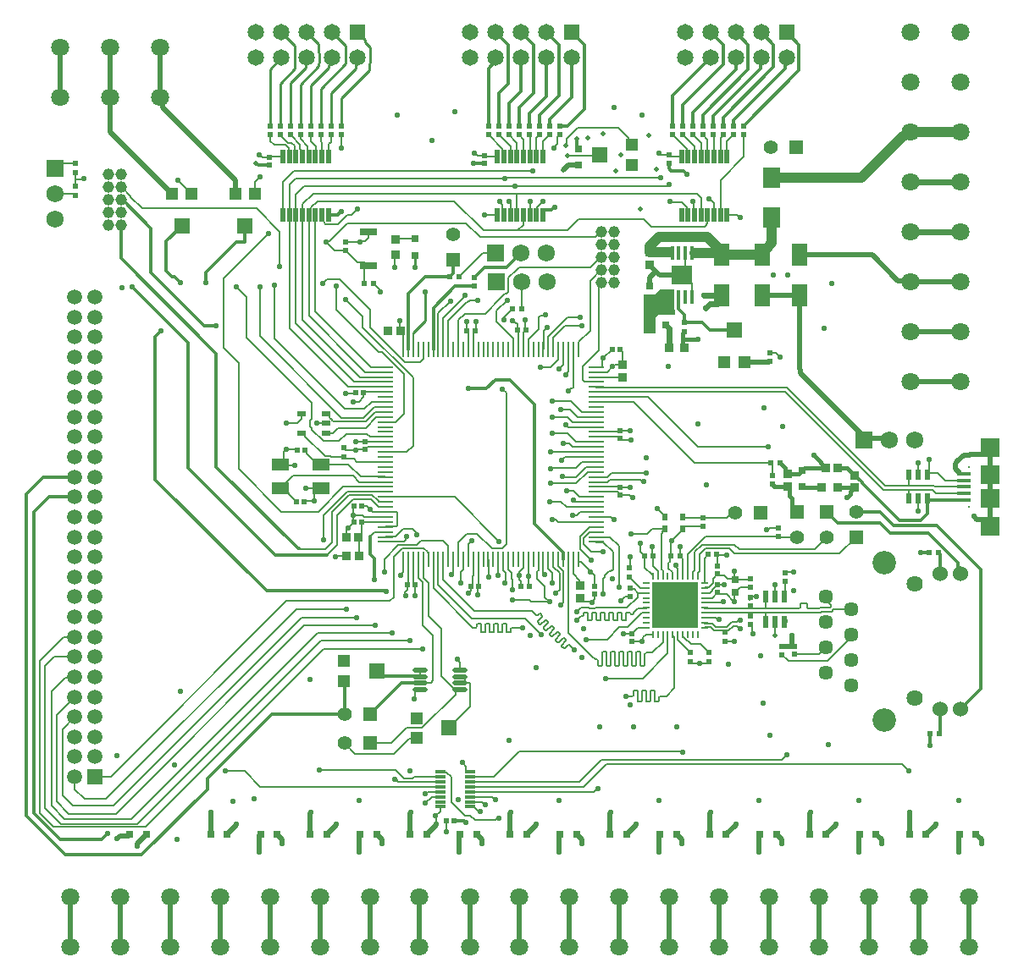
<source format=gbr>
%TF.GenerationSoftware,Altium Limited,Altium Designer,23.2.1 (34)*%
G04 Layer_Physical_Order=1*
G04 Layer_Color=255*
%FSLAX45Y45*%
%MOMM*%
%TF.SameCoordinates,B4074A4A-24BC-461C-81CD-CAEDFDD4BDB5*%
%TF.FilePolarity,Positive*%
%TF.FileFunction,Copper,L1,Top,Signal*%
%TF.Part,Single*%
G01*
G75*
%TA.AperFunction,SMDPad,CuDef*%
%ADD10R,1.67000X2.02000*%
%ADD11R,0.55000X0.55000*%
%ADD12R,0.55000X0.55000*%
%ADD13R,0.60000X0.80000*%
%ADD14R,0.85872X0.91213*%
%ADD15R,0.91213X0.85872*%
%ADD16R,0.60000X1.20000*%
%ADD17R,2.15000X1.84600*%
%ADD18R,0.45000X1.40000*%
G04:AMPARAMS|DCode=19|XSize=1.05mm|YSize=0.3mm|CornerRadius=0.0495mm|HoleSize=0mm|Usage=FLASHONLY|Rotation=0.000|XOffset=0mm|YOffset=0mm|HoleType=Round|Shape=RoundedRectangle|*
%AMROUNDEDRECTD19*
21,1,1.05000,0.20100,0,0,0.0*
21,1,0.95100,0.30000,0,0,0.0*
1,1,0.09900,0.47550,-0.10050*
1,1,0.09900,-0.47550,-0.10050*
1,1,0.09900,-0.47550,0.10050*
1,1,0.09900,0.47550,0.10050*
%
%ADD19ROUNDEDRECTD19*%
%ADD20R,1.80000X1.20000*%
%ADD21R,1.55000X2.20000*%
%ADD22O,0.25000X1.55000*%
%ADD23O,1.55000X0.25000*%
%ADD24R,0.90606X0.85822*%
%ADD25R,0.80000X0.80000*%
%ADD26R,0.80000X0.80000*%
%ADD27R,0.85000X0.55000*%
%ADD28R,0.65000X0.70000*%
%ADD29R,0.80606X0.85822*%
%ADD30R,1.20000X1.20000*%
%ADD31R,1.60000X1.50000*%
%ADD32R,1.20000X1.20000*%
%ADD33R,1.50000X1.60000*%
G04:AMPARAMS|DCode=34|XSize=0.25mm|YSize=0.6mm|CornerRadius=0.05mm|HoleSize=0mm|Usage=FLASHONLY|Rotation=180.000|XOffset=0mm|YOffset=0mm|HoleType=Round|Shape=RoundedRectangle|*
%AMROUNDEDRECTD34*
21,1,0.25000,0.50000,0,0,180.0*
21,1,0.15000,0.60000,0,0,180.0*
1,1,0.10000,-0.07500,0.25000*
1,1,0.10000,0.07500,0.25000*
1,1,0.10000,0.07500,-0.25000*
1,1,0.10000,-0.07500,-0.25000*
%
%ADD34ROUNDEDRECTD34*%
G04:AMPARAMS|DCode=35|XSize=4.6mm|YSize=4.6mm|CornerRadius=0.046mm|HoleSize=0mm|Usage=FLASHONLY|Rotation=90.000|XOffset=0mm|YOffset=0mm|HoleType=Round|Shape=RoundedRectangle|*
%AMROUNDEDRECTD35*
21,1,4.60000,4.50800,0,0,90.0*
21,1,4.50800,4.60000,0,0,90.0*
1,1,0.09200,2.25400,2.25400*
1,1,0.09200,2.25400,-2.25400*
1,1,0.09200,-2.25400,-2.25400*
1,1,0.09200,-2.25400,2.25400*
%
%ADD35ROUNDEDRECTD35*%
G04:AMPARAMS|DCode=36|XSize=0.25mm|YSize=0.6mm|CornerRadius=0.05mm|HoleSize=0mm|Usage=FLASHONLY|Rotation=90.000|XOffset=0mm|YOffset=0mm|HoleType=Round|Shape=RoundedRectangle|*
%AMROUNDEDRECTD36*
21,1,0.25000,0.50000,0,0,90.0*
21,1,0.15000,0.60000,0,0,90.0*
1,1,0.10000,0.25000,0.07500*
1,1,0.10000,0.25000,-0.07500*
1,1,0.10000,-0.25000,-0.07500*
1,1,0.10000,-0.25000,0.07500*
%
%ADD36ROUNDEDRECTD36*%
%ADD37O,1.50000X0.45000*%
%ADD38R,1.35000X0.40000*%
%ADD39R,1.90000X1.90000*%
%ADD40R,1.70000X0.80000*%
%ADD41R,0.60000X1.10000*%
%ADD42R,0.80650X0.86822*%
%ADD43R,0.86822X0.80650*%
%ADD44R,0.52000X0.52000*%
%ADD45R,0.52000X0.52000*%
G04:AMPARAMS|DCode=46|XSize=0.45mm|YSize=1.4mm|CornerRadius=0.0495mm|HoleSize=0mm|Usage=FLASHONLY|Rotation=0.000|XOffset=0mm|YOffset=0mm|HoleType=Round|Shape=RoundedRectangle|*
%AMROUNDEDRECTD46*
21,1,0.45000,1.30100,0,0,0.0*
21,1,0.35100,1.40000,0,0,0.0*
1,1,0.09900,0.17550,-0.65050*
1,1,0.09900,-0.17550,-0.65050*
1,1,0.09900,-0.17550,0.65050*
1,1,0.09900,0.17550,0.65050*
%
%ADD46ROUNDEDRECTD46*%
%TA.AperFunction,Conductor*%
%ADD47C,0.30000*%
%ADD48C,0.40000*%
%ADD49C,0.17000*%
%ADD50C,0.25000*%
%ADD51C,0.50000*%
%ADD52C,0.37000*%
%ADD53C,0.12700*%
%ADD54C,1.00000*%
%ADD55C,0.60000*%
%TA.AperFunction,ComponentPad*%
%ADD56C,1.40000*%
%ADD57R,1.40000X1.40000*%
%ADD58C,1.72500*%
%ADD59R,1.72500X1.72500*%
%ADD60R,1.72500X1.72500*%
%ADD61R,1.40000X1.40000*%
%ADD62R,1.50000X1.50000*%
%ADD63C,1.50000*%
%ADD64R,1.65000X1.65000*%
%ADD65C,1.65000*%
%ADD66C,1.15000*%
%ADD67C,1.44600*%
%ADD68C,1.53000*%
%ADD69C,2.35500*%
%ADD70C,1.62500*%
%ADD71C,1.80000*%
%ADD72C,0.27500*%
%TA.AperFunction,ViaPad*%
%ADD73C,0.55000*%
%ADD74C,0.50000*%
G36*
X17438200Y9004800D02*
X17444907D01*
Y8983952D01*
X17447260Y8972122D01*
Y8923020D01*
X17282159D01*
X17256760Y8897620D01*
Y8740140D01*
X17139920D01*
X17134840Y8745220D01*
Y9123680D01*
X17249139D01*
X17299940Y9174480D01*
X17438200D01*
Y9004800D01*
D02*
G37*
D10*
X18418600Y10295202D02*
D03*
Y9895202D02*
D03*
D11*
X15197540Y9301480D02*
D03*
X15287540D02*
D03*
X15827460Y8983980D02*
D03*
X15917461D02*
D03*
X14344099Y9235440D02*
D03*
X14434100D02*
D03*
X20090680Y4729480D02*
D03*
X20000681D02*
D03*
X17499879Y6507480D02*
D03*
X17409880D02*
D03*
X17778180Y6522720D02*
D03*
X17868179D02*
D03*
X18406259Y7442100D02*
D03*
X18496259D02*
D03*
X20083060Y6543040D02*
D03*
X19993060D02*
D03*
D12*
X15445740Y9208220D02*
D03*
Y9298220D02*
D03*
X18393600Y8455199D02*
D03*
Y8545199D02*
D03*
X17543600Y8755201D02*
D03*
Y8845202D02*
D03*
X18481039Y6701240D02*
D03*
Y6791240D02*
D03*
X18199100Y6007820D02*
D03*
Y6097820D02*
D03*
Y5912400D02*
D03*
Y5822400D02*
D03*
X18547078Y6253479D02*
D03*
Y6343479D02*
D03*
X17952721Y5744760D02*
D03*
Y5654760D02*
D03*
X17602199Y5452280D02*
D03*
Y5542280D02*
D03*
X16997681Y6191800D02*
D03*
Y6101800D02*
D03*
X17787619Y5452280D02*
D03*
Y5542280D02*
D03*
X16992603Y6301741D02*
D03*
Y6391741D02*
D03*
X17729201Y6802840D02*
D03*
Y6892840D02*
D03*
X14137640Y7501340D02*
D03*
Y7591340D02*
D03*
X18421260Y7227099D02*
D03*
Y7317099D02*
D03*
X16294099Y10724600D02*
D03*
Y10814600D02*
D03*
X14109700Y10724600D02*
D03*
Y10814600D02*
D03*
X18135600Y10724600D02*
D03*
Y10814600D02*
D03*
X16192500D02*
D03*
Y10724600D02*
D03*
X14008099Y10814600D02*
D03*
Y10724600D02*
D03*
X18034000Y10814600D02*
D03*
Y10724600D02*
D03*
X16090900Y10724600D02*
D03*
Y10814600D02*
D03*
X13906500Y10724600D02*
D03*
Y10814600D02*
D03*
X17932401Y10724600D02*
D03*
Y10814600D02*
D03*
X15989301D02*
D03*
Y10724600D02*
D03*
X13804900Y10814600D02*
D03*
Y10724600D02*
D03*
X17830800Y10814600D02*
D03*
Y10724600D02*
D03*
X15887700Y10724600D02*
D03*
Y10814600D02*
D03*
X13703300Y10724600D02*
D03*
Y10814600D02*
D03*
X17729201Y10724600D02*
D03*
Y10814600D02*
D03*
X15786099D02*
D03*
Y10724600D02*
D03*
X13601700Y10814600D02*
D03*
Y10724600D02*
D03*
X17627600Y10814600D02*
D03*
Y10724600D02*
D03*
X15684500Y10724600D02*
D03*
Y10814600D02*
D03*
X13500101Y10724600D02*
D03*
Y10814600D02*
D03*
X17525999Y10724600D02*
D03*
Y10814600D02*
D03*
X15582899D02*
D03*
Y10724600D02*
D03*
X13398500Y10814600D02*
D03*
Y10724600D02*
D03*
X17424400Y10814600D02*
D03*
Y10724600D02*
D03*
X11455400Y10118260D02*
D03*
Y10208260D02*
D03*
Y10435420D02*
D03*
Y10345420D02*
D03*
D13*
X17525002Y6780001D02*
D03*
X17345001D02*
D03*
Y6900001D02*
D03*
X17525002D02*
D03*
D14*
X17388258Y8595200D02*
D03*
X17543599D02*
D03*
X18915918Y7192101D02*
D03*
X19071260D02*
D03*
D15*
X14651041Y9678030D02*
D03*
Y9522689D02*
D03*
D16*
X18545000Y5850000D02*
D03*
X18450000D02*
D03*
X18355000D02*
D03*
Y6100000D02*
D03*
X18450000D02*
D03*
X18545000D02*
D03*
D17*
X17518600Y9320200D02*
D03*
D18*
X17421100Y9540200D02*
D03*
X17486099D02*
D03*
X17551100D02*
D03*
X17616100D02*
D03*
Y9100200D02*
D03*
X17551100D02*
D03*
X17486099D02*
D03*
X17421100D02*
D03*
D19*
X15399998Y4349999D02*
D03*
Y4300000D02*
D03*
Y4250000D02*
D03*
Y4199999D02*
D03*
Y4150000D02*
D03*
Y4099999D02*
D03*
Y4050000D02*
D03*
Y4000000D02*
D03*
X15099998D02*
D03*
Y4050000D02*
D03*
Y4099999D02*
D03*
Y4150000D02*
D03*
Y4199999D02*
D03*
Y4250000D02*
D03*
Y4300000D02*
D03*
Y4349999D02*
D03*
D20*
X13506480Y7186300D02*
D03*
X13906480D02*
D03*
Y7426300D02*
D03*
X13506480D02*
D03*
D21*
X18318600Y9525200D02*
D03*
Y9115200D02*
D03*
X18693600Y9525200D02*
D03*
Y9115200D02*
D03*
X17918600Y9525200D02*
D03*
Y9115200D02*
D03*
D22*
X14732001Y8578000D02*
D03*
X14782001D02*
D03*
X14832001D02*
D03*
X14882001D02*
D03*
X14932001D02*
D03*
X14982001D02*
D03*
X15032001D02*
D03*
X15082001D02*
D03*
X15132001D02*
D03*
X15182001D02*
D03*
X15232001D02*
D03*
X15282001D02*
D03*
X15332001D02*
D03*
X15382001D02*
D03*
X15432001D02*
D03*
X15482001D02*
D03*
X15532001D02*
D03*
X15582001D02*
D03*
X15632001D02*
D03*
X15682001D02*
D03*
X15732001D02*
D03*
X15782001D02*
D03*
X15832001D02*
D03*
X15882001D02*
D03*
X15932001D02*
D03*
X15982001D02*
D03*
X16032001D02*
D03*
X16082001D02*
D03*
X16132001D02*
D03*
X16182001D02*
D03*
X16232001D02*
D03*
X16282001D02*
D03*
X16332001D02*
D03*
X16382001D02*
D03*
X16432001D02*
D03*
X16482001D02*
D03*
Y6473000D02*
D03*
X16432001D02*
D03*
X16382001D02*
D03*
X16332001D02*
D03*
X16282001D02*
D03*
X16232001D02*
D03*
X16182001D02*
D03*
X16132001D02*
D03*
X16082001D02*
D03*
X16032001D02*
D03*
X15982001D02*
D03*
X15932001D02*
D03*
X15882001D02*
D03*
X15832001D02*
D03*
X15782001D02*
D03*
X15732001D02*
D03*
X15682001D02*
D03*
X15632001D02*
D03*
X15582001D02*
D03*
X15532001D02*
D03*
X15482001D02*
D03*
X15432001D02*
D03*
X15382001D02*
D03*
X15332001D02*
D03*
X15282001D02*
D03*
X15232001D02*
D03*
X15182001D02*
D03*
X15132001D02*
D03*
X15082001D02*
D03*
X15032001D02*
D03*
X14982001D02*
D03*
X14932001D02*
D03*
X14882001D02*
D03*
X14832001D02*
D03*
X14782001D02*
D03*
X14732001D02*
D03*
D23*
X16659500Y8400500D02*
D03*
Y8350500D02*
D03*
Y8300500D02*
D03*
Y8250500D02*
D03*
Y8200500D02*
D03*
Y8150500D02*
D03*
Y8100500D02*
D03*
Y8050500D02*
D03*
Y8000500D02*
D03*
Y7950500D02*
D03*
Y7900500D02*
D03*
Y7850500D02*
D03*
Y7800500D02*
D03*
Y7750500D02*
D03*
Y7700500D02*
D03*
Y7650500D02*
D03*
Y7600500D02*
D03*
Y7550500D02*
D03*
Y7500500D02*
D03*
Y7450500D02*
D03*
Y7400500D02*
D03*
Y7350500D02*
D03*
Y7300500D02*
D03*
Y7250500D02*
D03*
Y7200500D02*
D03*
Y7150500D02*
D03*
Y7100500D02*
D03*
Y7050500D02*
D03*
Y7000500D02*
D03*
Y6950500D02*
D03*
Y6900500D02*
D03*
Y6850500D02*
D03*
Y6800500D02*
D03*
Y6750500D02*
D03*
Y6700500D02*
D03*
Y6650500D02*
D03*
X14554500D02*
D03*
Y6700500D02*
D03*
Y6750500D02*
D03*
Y6800500D02*
D03*
Y6850500D02*
D03*
Y6900500D02*
D03*
Y6950500D02*
D03*
Y7000500D02*
D03*
Y7050500D02*
D03*
Y7100500D02*
D03*
Y7150500D02*
D03*
Y7200500D02*
D03*
Y7250500D02*
D03*
Y7300500D02*
D03*
Y7350500D02*
D03*
Y7400500D02*
D03*
Y7450500D02*
D03*
Y7500500D02*
D03*
Y7550500D02*
D03*
Y7600500D02*
D03*
Y7650500D02*
D03*
Y7700500D02*
D03*
Y7750500D02*
D03*
Y7800500D02*
D03*
Y7850500D02*
D03*
Y7900500D02*
D03*
Y7950500D02*
D03*
Y8000500D02*
D03*
Y8050500D02*
D03*
Y8100500D02*
D03*
Y8150500D02*
D03*
Y8200500D02*
D03*
Y8250500D02*
D03*
Y8300500D02*
D03*
Y8350500D02*
D03*
Y8400500D02*
D03*
D24*
X19071262Y7392098D02*
D03*
X18956044D02*
D03*
D25*
X17358598Y8820199D02*
D03*
X17193599D02*
D03*
X19957500Y3725000D02*
D03*
X19792500D02*
D03*
X18959341D02*
D03*
X18794341D02*
D03*
X17961182D02*
D03*
X17796182D02*
D03*
X16963023D02*
D03*
X16798022D02*
D03*
X15964864D02*
D03*
X15799864D02*
D03*
X14966705D02*
D03*
X14801704D02*
D03*
X13968546Y3725003D02*
D03*
X13803546D02*
D03*
X12970387Y3725000D02*
D03*
X12805386D02*
D03*
X12164998Y3724998D02*
D03*
X11999998D02*
D03*
X20292500Y3725000D02*
D03*
X20457500D02*
D03*
X19294341D02*
D03*
X19459341D02*
D03*
X18296182D02*
D03*
X18461182D02*
D03*
X17298022D02*
D03*
X17463023D02*
D03*
X16299864D02*
D03*
X16464864D02*
D03*
X15301704D02*
D03*
X15466705D02*
D03*
X14303546D02*
D03*
X14468546D02*
D03*
X13305386D02*
D03*
X13470387D02*
D03*
D26*
X18721260Y7202099D02*
D03*
Y7367099D02*
D03*
X14846300Y9681160D02*
D03*
Y9516160D02*
D03*
X16484599Y10582860D02*
D03*
Y10417860D02*
D03*
D27*
X13715421Y7740900D02*
D03*
Y7930900D02*
D03*
X13960420D02*
D03*
Y7835900D02*
D03*
Y7740900D02*
D03*
D28*
X17193600Y9080200D02*
D03*
Y9210200D02*
D03*
X18049997Y6274999D02*
D03*
Y6144999D02*
D03*
D29*
X14287498Y6512561D02*
D03*
X14162282D02*
D03*
D30*
X18143600Y8445202D02*
D03*
X17943600D02*
D03*
X13052119Y10136960D02*
D03*
X13252119D02*
D03*
X12418720Y10134600D02*
D03*
X12618720D02*
D03*
D31*
X18043600Y8770202D02*
D03*
X13152119Y9811960D02*
D03*
X12518720Y9809600D02*
D03*
D32*
X14142900Y5259400D02*
D03*
Y5459400D02*
D03*
X14866800Y4687900D02*
D03*
Y4887900D02*
D03*
X17020300Y10620680D02*
D03*
Y10420680D02*
D03*
D33*
X14467900Y5359400D02*
D03*
X15191800Y4787900D02*
D03*
X16695300Y10520680D02*
D03*
D34*
X17676698Y5725598D02*
D03*
X17626698D02*
D03*
X17576698D02*
D03*
X17526698D02*
D03*
X17476698D02*
D03*
X17426698D02*
D03*
X17376698D02*
D03*
X17326698D02*
D03*
X17276698D02*
D03*
X17226698Y6305598D02*
D03*
X17276698D02*
D03*
X17326698D02*
D03*
X17376698D02*
D03*
X17426698D02*
D03*
X17476698D02*
D03*
X17526698D02*
D03*
X17576698D02*
D03*
X17626698D02*
D03*
X17676698D02*
D03*
X17226698Y5725598D02*
D03*
D35*
X17451698Y6015598D02*
D03*
D36*
X17161697Y5790598D02*
D03*
Y5840598D02*
D03*
Y5890598D02*
D03*
Y5940598D02*
D03*
Y5990598D02*
D03*
Y6040598D02*
D03*
Y6090598D02*
D03*
Y6140598D02*
D03*
Y6190598D02*
D03*
Y6240598D02*
D03*
X17741699D02*
D03*
Y6190598D02*
D03*
Y6140598D02*
D03*
Y6090598D02*
D03*
Y6040598D02*
D03*
Y5990598D02*
D03*
Y5940598D02*
D03*
Y5890598D02*
D03*
Y5840598D02*
D03*
Y5790598D02*
D03*
D37*
X15302800Y5173000D02*
D03*
Y5238000D02*
D03*
Y5303000D02*
D03*
Y5368000D02*
D03*
X14897800Y5173000D02*
D03*
Y5238000D02*
D03*
Y5303000D02*
D03*
Y5368000D02*
D03*
D38*
X20334100Y7072603D02*
D03*
Y7332603D02*
D03*
Y7137602D02*
D03*
Y7202603D02*
D03*
Y7267603D02*
D03*
D39*
X20601601Y6807603D02*
D03*
Y7082603D02*
D03*
Y7322603D02*
D03*
Y7597603D02*
D03*
D40*
X14381480Y9755960D02*
D03*
Y9415960D02*
D03*
D41*
X19975000Y7085000D02*
D03*
X19880000D02*
D03*
X19785001D02*
D03*
Y7325000D02*
D03*
X19880000D02*
D03*
X19975000D02*
D03*
D42*
X14708226Y8757920D02*
D03*
X14583054D02*
D03*
X14286586Y6695440D02*
D03*
X14161414D02*
D03*
D43*
X16924998Y8300002D02*
D03*
Y8425173D02*
D03*
X16502380Y6211926D02*
D03*
Y6086754D02*
D03*
X17193600Y9545370D02*
D03*
Y9420199D02*
D03*
X19246260Y7317269D02*
D03*
Y7192098D02*
D03*
X18571260Y7329686D02*
D03*
Y7204514D02*
D03*
D44*
X13673460Y7571740D02*
D03*
X13753461D02*
D03*
X13661398Y7053578D02*
D03*
X13741399D02*
D03*
X15405099Y6206500D02*
D03*
X15485100D02*
D03*
X14257660Y8140700D02*
D03*
X14337660D02*
D03*
X14240521Y7005322D02*
D03*
X14320522D02*
D03*
X14772000Y6219200D02*
D03*
X14852000D02*
D03*
X15911200Y6206500D02*
D03*
X15991200D02*
D03*
X16900003Y8575002D02*
D03*
X16820003D02*
D03*
X15955640Y8770620D02*
D03*
X15875639D02*
D03*
X15450180Y8765540D02*
D03*
X15370180D02*
D03*
X14237981Y6847838D02*
D03*
X14317979D02*
D03*
X17228180Y6507480D02*
D03*
X17148180D02*
D03*
X15239204Y3858104D02*
D03*
X15159204D02*
D03*
D45*
X14353540Y7654920D02*
D03*
Y7574920D02*
D03*
X16900000Y7685000D02*
D03*
Y7764999D02*
D03*
X16900003Y7120002D02*
D03*
Y7200002D02*
D03*
X16642081Y6127120D02*
D03*
Y6207120D02*
D03*
X17873979Y6144258D02*
D03*
Y6224258D02*
D03*
X17020540Y5732140D02*
D03*
Y5652140D02*
D03*
X18519141Y5601960D02*
D03*
Y5521960D02*
D03*
X18641060Y5605140D02*
D03*
Y5525140D02*
D03*
X17873981Y6411603D02*
D03*
Y6331603D02*
D03*
X18201639Y6200139D02*
D03*
Y6280139D02*
D03*
X14151520Y9650000D02*
D03*
Y9570000D02*
D03*
X15544800Y10517500D02*
D03*
Y10437500D02*
D03*
X17386301Y10519400D02*
D03*
Y10439400D02*
D03*
X13390880Y10499720D02*
D03*
Y10419720D02*
D03*
D46*
X13528680Y9920238D02*
D03*
X13593680D02*
D03*
X13658681D02*
D03*
X13723680D02*
D03*
X13788680D02*
D03*
X13853680D02*
D03*
X13918680D02*
D03*
X13983681D02*
D03*
X13528680Y10510238D02*
D03*
X13593680D02*
D03*
X13658681D02*
D03*
X13723680D02*
D03*
X13788680D02*
D03*
X13853680D02*
D03*
X13918680D02*
D03*
X13983681D02*
D03*
X15672900Y9920238D02*
D03*
X15737900D02*
D03*
X15802901D02*
D03*
X15867900D02*
D03*
X15932899D02*
D03*
X15997900D02*
D03*
X16062900D02*
D03*
X16127901D02*
D03*
X15672900Y10510238D02*
D03*
X15737900D02*
D03*
X15802901D02*
D03*
X15867900D02*
D03*
X15932899D02*
D03*
X15997900D02*
D03*
X16062900D02*
D03*
X16127901D02*
D03*
X17514400Y9920238D02*
D03*
X17579401D02*
D03*
X17644400D02*
D03*
X17709399D02*
D03*
X17774400D02*
D03*
X17839400D02*
D03*
X17904401D02*
D03*
X17969400D02*
D03*
X17514400Y10510238D02*
D03*
X17579401D02*
D03*
X17644400D02*
D03*
X17709399D02*
D03*
X17774400D02*
D03*
X17839400D02*
D03*
X17904401D02*
D03*
X17969400D02*
D03*
D47*
X19693694Y6865620D02*
X19903439D01*
X19246260Y7317269D02*
X19249345D01*
X19317371Y7241942D02*
X19693694Y6865620D01*
X19249345Y7317269D02*
X19274670Y7291944D01*
X19301144Y7260123D02*
X19317371Y7243897D01*
X19299190Y7260123D02*
X19301144D01*
X19317371Y7241942D02*
Y7243897D01*
X19274670Y7284642D02*
Y7291944D01*
Y7284642D02*
X19299190Y7260123D01*
X15445741Y9298222D02*
X15543239Y9395720D01*
X15766040D01*
X15910561Y9540240D01*
X15241309Y3856000D02*
X15337016D01*
X15352280Y3840736D01*
X15359045D01*
X14559576Y6159203D02*
X14564360Y6154420D01*
X14541899Y6159203D02*
X14559576D01*
X13367955Y6159565D02*
X14541537D01*
X12252960Y7274560D02*
X13367955Y6159565D01*
X14541537D02*
X14541899Y6159203D01*
X15653133Y8272836D02*
X15797603D01*
X15564175Y8183880D02*
X15653133Y8272836D01*
X15379700Y8183880D02*
X15564175D01*
X15797603Y8272836D02*
X16041927Y8028513D01*
X12758420Y9347200D02*
X13060680Y9649460D01*
X12758420Y9248140D02*
Y9347200D01*
X13256261Y10441940D02*
X13261671D01*
X13283891Y10419720D01*
X13390880D01*
X14108015Y9951720D02*
X14114780D01*
X13983681Y9920238D02*
X14076534D01*
X14108015Y9951720D01*
X17386386Y10385974D02*
Y10439314D01*
Y10385974D02*
X17406619Y10365740D01*
X17530124D02*
X17565685Y10330180D01*
X17386301Y10439400D02*
X17386386Y10439314D01*
X17406619Y10365740D02*
X17530124D01*
X17565685Y10330180D02*
X17571719D01*
X13421359Y4927600D02*
X14147800D01*
X12775000Y4175000D02*
Y4281240D01*
X13421359Y4927600D01*
X12118525Y3518526D02*
X12775000Y4175000D01*
X11353174Y3518526D02*
X12118525D01*
X13451840Y6515100D02*
X13967461D01*
X12578080Y7388860D02*
X13451840Y6515100D01*
X14400000Y6527226D02*
X14442439Y6484786D01*
X14400000Y6527226D02*
Y6703800D01*
X14442439Y6273800D02*
Y6484786D01*
X16041927Y6830775D02*
Y8028513D01*
X19975000Y7085000D02*
X19987398Y7072602D01*
X20334097D01*
X14951480Y9301480D02*
X15197539D01*
X14782001Y8577999D02*
Y9132000D01*
X14951480Y9301480D01*
X12210331Y9344109D02*
Y9788498D01*
Y9344109D02*
X12741893Y8812547D01*
X12853653D01*
X12857480Y8808720D01*
X11927728Y10071100D02*
X12210331Y9788498D01*
X11912600Y10071100D02*
X11927728D01*
X12422497Y9304663D02*
X12442817D01*
X12504420Y9243060D01*
X12364720Y9362440D02*
X12422497Y9304663D01*
X12364720Y9362440D02*
Y9655600D01*
X16041927Y6830775D02*
X16294501Y6578199D01*
X16298654D01*
X16332001Y6473000D02*
Y6544853D01*
X16298654Y6578199D02*
X16332001Y6544853D01*
X12252960Y7274560D02*
Y8702040D01*
X12308840Y8757920D01*
X12578080Y7388860D02*
Y8643620D01*
X12019280Y9202420D02*
X12578080Y8643620D01*
X13060680Y9649460D02*
X13152119D01*
Y9811960D01*
X12864426Y7402235D02*
X13680920Y6585740D01*
X13690601D01*
X12864426Y7402235D02*
Y8535076D01*
X11912600Y9486900D02*
Y9817100D01*
Y9486900D02*
X12864426Y8535076D01*
X19497040Y6837680D02*
X19596494Y6738226D01*
X18966180Y6949440D02*
X19077940Y6837680D01*
X19497040D01*
X19596494Y6738226D02*
X19982050D01*
X20276463Y6358533D02*
X20299998Y6334998D01*
X20276463Y6358533D02*
Y6443811D01*
X19982050Y6738226D02*
X20276463Y6443811D01*
X20066000Y6814820D02*
X20502879Y6377940D01*
X19636740Y6814820D02*
X20066000D01*
X19499580Y6951979D02*
X19636740Y6814820D01*
X20502879Y5177879D02*
Y6377940D01*
X20299998Y4974998D02*
X20502879Y5177879D01*
X19260822Y6951979D02*
X19499580D01*
X11303000Y3670300D02*
X11717020D01*
X11775440Y3728720D01*
X15197539Y9301480D02*
X15232379Y9336320D01*
X15245799Y9208220D02*
X15445741D01*
X15032002Y8994422D02*
X15245799Y9208220D01*
X15032002Y8577999D02*
Y8994422D01*
X12364720Y9655600D02*
X12518720Y9809600D01*
X15232379Y9336320D02*
Y9471658D01*
X14467900Y5359400D02*
X14521240Y5306060D01*
X14838371Y5305870D02*
X14863890D01*
X14864079Y5306060D01*
X14521240D02*
X14838181D01*
X14838371Y5305870D01*
X11036300Y3937000D02*
X11303000Y3670300D01*
X10960100Y3911600D02*
X11353174Y3518526D01*
X11036300Y3937000D02*
Y6946900D01*
X10960100Y3911600D02*
Y7124700D01*
X11036300Y6946900D02*
X11189401Y7100001D01*
X11449998D01*
X10960100Y7124700D02*
X11135401Y7300001D01*
X11449998D01*
X14147800Y4927600D02*
Y5254500D01*
X14712199Y5238000D02*
X14897800D01*
X14401801Y4927600D02*
X14712199Y5238000D01*
X18135600Y10814600D02*
X18689340Y11368340D01*
Y11627100D01*
X18566440Y11750000D02*
X18689340Y11627100D01*
X18034000Y10871200D02*
X18552464Y11389664D01*
Y11482024D01*
X18566440Y11496000D01*
X18034000Y10814600D02*
Y10871200D01*
X17932401Y10814600D02*
Y10896600D01*
X18435339Y11399540D02*
Y11627100D01*
X17932401Y10896600D02*
X18435339Y11399540D01*
X18312440Y11750000D02*
X18435339Y11627100D01*
X17830800Y10909300D02*
X18307574Y11386074D01*
X17830800Y10814600D02*
Y10909300D01*
X18307574Y11491133D02*
X18312440Y11496000D01*
X18307574Y11386074D02*
Y11491133D01*
X17729201Y10922000D02*
X18181340Y11374140D01*
X17729201Y10814600D02*
Y10922000D01*
X18181340Y11374140D02*
Y11627100D01*
X18058440Y11750000D02*
X18181340Y11627100D01*
X17525999Y11023600D02*
X17932401Y11430000D01*
X17525999Y10814600D02*
Y11023600D01*
X17932401Y11430000D02*
Y11622040D01*
X17804440Y11750000D02*
X17932401Y11622040D01*
X18058440Y11378240D02*
Y11496000D01*
X17627600Y10947400D02*
X18058440Y11378240D01*
X17627600Y10814600D02*
Y10947400D01*
X17424400Y10814600D02*
Y11115960D01*
X17804440Y11496000D01*
X16127901Y9967738D02*
X16130450Y9970288D01*
X16213277D02*
X16237888Y9994900D01*
X16130450Y9970288D02*
X16213277D01*
X16237888Y9994900D02*
X16243300D01*
X16127901Y9920238D02*
Y9967738D01*
X15432401Y10437500D02*
X15544800D01*
X16090900Y10814600D02*
Y10922000D01*
X16288100Y11119200D02*
Y11624180D01*
X16090900Y10922000D02*
X16288100Y11119200D01*
X16165199Y11110600D02*
Y11493080D01*
X15989301Y10934700D02*
X16165199Y11110600D01*
X15989301Y10814600D02*
Y10934700D01*
X15887700Y10814600D02*
Y10998200D01*
X16034100Y11144600D02*
Y11624180D01*
X15887700Y10998200D02*
X16034100Y11144600D01*
X15786099Y11036300D02*
X15911200Y11161400D01*
X15786099Y10814600D02*
Y11036300D01*
X15911200Y11161400D02*
Y11493080D01*
X16199870Y10821970D02*
Y10878570D01*
X16419200Y11097900D01*
Y11493080D01*
X16192500Y10814600D02*
X16199870Y10821970D01*
X16377200Y10814600D02*
X16542101Y10979500D01*
X16294099Y10814600D02*
X16377200D01*
X16542101Y10979500D02*
Y11624180D01*
X15684500Y11137744D02*
X15780099Y11233344D01*
X15684500Y10814600D02*
Y11137744D01*
X15780099Y11233344D02*
Y11624180D01*
X16419200Y11747080D02*
X16542101Y11624180D01*
X16165199Y11747080D02*
X16288100Y11624180D01*
X15911200Y11747080D02*
X16034100Y11624180D01*
X15657201Y11747080D02*
X15780099Y11624180D01*
X15582899Y11387069D02*
X15657201Y11461369D01*
X15582899Y10814600D02*
Y11387069D01*
X15657201Y11461369D02*
Y11493080D01*
X17798599Y8770200D02*
X18043600D01*
X17723599Y8845200D02*
X17798599Y8770200D01*
X17543600Y8845200D02*
X17723599D01*
X17486098Y8983952D02*
X17543600Y8926450D01*
Y8845200D02*
Y8926450D01*
X17486098Y8983952D02*
Y9100202D01*
X19903439Y6865620D02*
X19975000Y6937180D01*
Y7072602D01*
Y7085000D01*
X19900900Y6540500D02*
X19990521D01*
X20096999Y6334997D02*
Y6529103D01*
Y4735795D02*
Y4975000D01*
X19997420Y4612640D02*
Y4726219D01*
D48*
X19164981Y7095217D02*
X19201537Y7131773D01*
X19243176Y7192100D02*
X19249345D01*
X19201537Y7131773D02*
Y7150461D01*
X19243176Y7192100D01*
X18953651Y7392100D02*
X18956046D01*
X18901244Y7444507D02*
Y7453796D01*
X18841721Y7513320D02*
X18901244Y7453796D01*
Y7444507D02*
X18953651Y7392100D01*
X18746260D02*
X18956046D01*
X19071260Y7192100D02*
X19249345D01*
X18443842Y7204516D02*
X18574345D01*
X17528891Y8675974D02*
Y8740494D01*
X17529665Y8675974D02*
X17677487D01*
X17528891Y8675201D02*
X17529665Y8675974D01*
X17528891Y8609909D02*
Y8675201D01*
Y8609909D02*
X17543600Y8595200D01*
X17528891Y8740494D02*
X17543600Y8755203D01*
X18594672Y7112669D02*
X18621539Y7085800D01*
X18574345Y7204516D02*
X18594672Y7184191D01*
Y7112669D02*
Y7184191D01*
X18621539Y7001980D02*
Y7085800D01*
Y7001980D02*
X18671539Y6951980D01*
X18726260Y7197101D02*
X18910918D01*
X18721260Y7202102D02*
X18726260Y7197101D01*
X18910918D02*
X18915919Y7192100D01*
X18421260Y7227098D02*
X18443842Y7204516D01*
X18551530Y7349418D02*
Y7386830D01*
Y7349418D02*
X18571260Y7329687D01*
X18496260Y7442100D02*
X18551530Y7386830D01*
X18571260Y7329687D02*
X18683847D01*
X18746260Y7392100D01*
X19171431D02*
X19194862Y7368669D01*
X19243175Y7317271D02*
X19246260D01*
X19194862Y7365583D02*
X19243175Y7317271D01*
X19194862Y7365583D02*
Y7368669D01*
X19071260Y7392100D02*
X19171431D01*
D49*
X16745622Y8195001D02*
X18565179D01*
X18549026Y8156001D02*
X19531126Y7173900D01*
X18565179Y8195001D02*
X19547279Y7212900D01*
X19531126Y7173900D02*
X19783958D01*
X19547279Y7212900D02*
X19786070D01*
X16745622Y8156001D02*
X18549026D01*
X17679279Y7602220D02*
X18376900D01*
X17181000Y8100499D02*
X17679279Y7602220D01*
X15767690Y9133070D02*
X15784908Y9150289D01*
X15746237Y9133070D02*
X15767690D01*
X15784908Y9150289D02*
Y9294946D01*
X15708600Y9088597D02*
Y9095432D01*
X15746237Y9133070D01*
X15553560Y8933557D02*
X15708600Y9088597D01*
X15345921Y8933557D02*
X15553560D01*
X15784908Y9294946D02*
X15863332Y9373370D01*
X15888483Y9395460D02*
X16603123D01*
X15866393Y9373370D02*
X15888483Y9395460D01*
X15863332Y9373370D02*
X15866393D01*
X15662396Y8856081D02*
Y8962396D01*
Y8856081D02*
X15832001Y8686476D01*
Y8577999D02*
Y8686476D01*
X15662396Y8962396D02*
X15770000Y9070000D01*
X15281999Y8869634D02*
X15345921Y8933557D01*
X15281999Y8577999D02*
Y8869634D01*
X15132002Y8577999D02*
Y8892137D01*
X15349220Y9109354D02*
Y9116060D01*
X15132002Y8892137D02*
X15349220Y9109354D01*
X15182001Y8578000D02*
Y8862734D01*
X15365326Y9046060D01*
X15378215D01*
X15204961Y9060180D02*
X15209520D01*
X15082001Y8937219D02*
X15204961Y9060180D01*
X15082001Y8577999D02*
Y8937219D01*
X14832001Y8578000D02*
X14833449Y8579448D01*
Y8748353D01*
X14793167Y8452914D02*
X14898544D01*
X14932001Y8486370D02*
Y8578000D01*
X14898544Y8452914D02*
X14932001Y8486370D01*
X14484210Y8548199D02*
X14519713D01*
X14736398Y8331513D01*
X14058900Y8973509D02*
X14484210Y8548199D01*
X14736398Y7931733D02*
Y8331513D01*
X14655170Y7850502D02*
X14736398Y7931733D01*
X14554503Y7850502D02*
X14655170D01*
X14553368Y7949367D02*
X14554503Y7950502D01*
X14354736Y7853680D02*
X14450423Y7949367D01*
X14553368D01*
X15887700Y6311900D02*
X15891579Y6315779D01*
X15931433Y6472432D02*
X15932001Y6473000D01*
X15931433Y6388827D02*
Y6472432D01*
X15891579Y6348974D02*
X15931433Y6388827D01*
X15891579Y6315779D02*
Y6348974D01*
X15887700Y6302970D02*
Y6311900D01*
X16482002Y8645166D02*
X16486000Y8649165D01*
Y8650286D01*
X16600000Y8764286D01*
Y9259400D01*
X16482002Y8577999D02*
Y8645166D01*
X18547079Y6343477D02*
X18555286Y6351683D01*
X18632700D01*
X18208688Y6093608D02*
X18215028Y6099948D01*
X18263226D01*
X18210172Y6086751D02*
Y6089889D01*
X18196561Y6073140D02*
X18210172Y6086751D01*
X17744238Y6043137D02*
X17907355D01*
X17919577Y6055360D02*
X17929860D01*
X17907355Y6043137D02*
X17919577Y6055360D01*
X17741699Y6040598D02*
X17744238Y6043137D01*
X15345218Y3910892D02*
X15402618D01*
X15448961Y3864549D01*
X15655540D01*
X15677193Y3886200D02*
X15684500D01*
X15655540Y3864549D02*
X15677193Y3886200D01*
X14636766Y6503686D02*
X14721840Y6588760D01*
X14636766Y6097286D02*
Y6503686D01*
X14597380Y6057900D02*
X14636766Y6097286D01*
X15722858Y8181711D02*
X15760699Y8143868D01*
Y6626927D02*
Y8143868D01*
X13672490Y7842989D02*
X13713460Y7883959D01*
X13560910Y7842989D02*
X13672490D01*
X14695792Y8770358D02*
Y8859726D01*
Y8770358D02*
X14731998Y8734152D01*
X17525000Y6770000D02*
Y6781341D01*
X17409880Y6654881D02*
X17525000Y6770000D01*
X16899500Y7200501D02*
X16901640Y7198360D01*
X17877800Y6228080D02*
X17885420Y6220460D01*
X17841180Y6191460D02*
X17877800Y6228080D01*
X15367000Y8768716D02*
X15381999Y8753716D01*
X16510043Y6447879D02*
X16642078Y6315845D01*
X13964920Y9654540D02*
X13972191Y9661811D01*
X13992130D02*
X14170279Y9839960D01*
X13972191Y9661811D02*
X13992130D01*
X14170279Y9839960D02*
X15360040D01*
X14211301Y9921240D02*
X14274800Y9984740D01*
X14171132Y9921240D02*
X14211301D01*
X14078931Y9829038D02*
X14171132Y9921240D01*
X13955298Y9829038D02*
X14078931D01*
X12481560Y10271760D02*
X12618720Y10134600D01*
X13918680Y9872738D02*
Y9920238D01*
Y9872738D02*
X13939980Y9851438D01*
Y9844356D02*
Y9851438D01*
Y9844356D02*
X13955298Y9829038D01*
X15360040Y9839960D02*
X15500000Y9700000D01*
X13964920Y9654540D02*
X14049460Y9570000D01*
X14151520D01*
X15159204Y3750000D02*
Y3858104D01*
X16375380Y10515600D02*
X16690221D01*
X16695300Y10520680D01*
X16474921Y10795480D02*
X16882899D01*
X16982159Y10658821D02*
X17020300Y10620680D01*
X16982159Y10658821D02*
Y10696221D01*
X16882899Y10795480D02*
X16982159Y10696221D01*
X16363914Y10684474D02*
X16474921Y10795480D01*
X16363914Y10623514D02*
Y10684474D01*
X16357600Y10617200D02*
X16363914Y10623514D01*
X15748000Y10287000D02*
X15753081Y10292080D01*
X17297400D01*
X17302480Y10297160D01*
X13652499Y10287000D02*
X15748000D01*
X16275101Y10632413D02*
Y10705600D01*
X16238220Y10594340D02*
Y10595533D01*
X16275101Y10705600D02*
X16294099Y10724600D01*
X16238220Y10595533D02*
X16275101Y10632413D01*
X13289281Y10525760D02*
X13295670D01*
X13321710Y10499720D01*
X13390880D01*
X13523241Y10504800D02*
X13528680Y10510238D01*
X13385800Y10504800D02*
X13523241D01*
X18572479Y5468419D02*
Y5468620D01*
Y5468419D02*
X18582439Y5458460D01*
X18970148D01*
X18519141Y5521960D02*
X18572479Y5468620D01*
X18641060Y5524500D02*
X18886002D01*
X18952998Y5591498D01*
X18970148Y5458460D02*
X19206998Y5695309D01*
X19975000Y7325000D02*
X19987260Y7337260D01*
Y7477760D01*
X14109700Y10724600D02*
X14114780Y10719520D01*
Y10594340D02*
Y10719520D01*
X15057120Y3914140D02*
X15100000Y3957020D01*
X15059811Y3825392D02*
X15062505Y3822700D01*
X15100000Y3957020D02*
Y4000001D01*
X15059811Y3825392D02*
Y3911448D01*
X15057120Y3914140D02*
X15059811Y3911448D01*
X14151520Y9650000D02*
X14300000D01*
X17474841Y9379047D02*
X17526147D01*
X17532300Y9320202D02*
X17590581Y9261921D01*
X16884496Y7700500D02*
X16916734Y7668260D01*
X16931641Y5732780D02*
X17021182D01*
X15544800Y10510238D02*
X15672900D01*
X14352895Y7655560D02*
X14357957Y7650498D01*
X13571217Y7571742D02*
X13578835Y7579360D01*
X14161415Y6771275D02*
X14237981Y6847840D01*
X14151520Y9570000D02*
X14274060Y9447460D01*
X14344102D01*
X15450180Y8765540D02*
X15458440Y8773800D01*
X15432002Y8747362D02*
X15450180Y8765540D01*
X13891322Y7185660D02*
X13905844D01*
X13756641D02*
X13891322D01*
X13891960Y7186298D01*
X13840460Y7134798D02*
X13891322Y7185660D01*
X17124680Y5285740D02*
X17376698Y5537759D01*
X14986000Y5905500D02*
X15111836Y5779663D01*
X14932002Y6292391D02*
X14986000Y6238393D01*
Y5905500D02*
Y6238393D01*
X15111836Y5311463D02*
Y5779663D01*
X15031720Y5262880D02*
Y5709920D01*
X14925040Y5816600D02*
Y6245142D01*
Y5816600D02*
X15031720Y5709920D01*
X15006841Y5238000D02*
X15031720Y5262880D01*
X14897800Y5238000D02*
X15006841D01*
X13967461Y6515100D02*
X14069060Y6616700D01*
Y6915841D01*
X13950320Y6579240D02*
X14018260Y6647180D01*
X13697099Y6579240D02*
X13950320D01*
X14018260Y6647180D02*
Y6946900D01*
X14192159Y7120799D01*
X14069060Y6915841D02*
X14232199Y7078980D01*
X16620856Y5502544D02*
X16649699Y5473700D01*
X16670737D01*
X16680695Y5463742D01*
Y5418848D02*
Y5463742D01*
Y5418848D02*
X16689174Y5410368D01*
X16714615D01*
X16723094Y5418848D01*
Y5544035D01*
X16731573Y5552515D01*
X16757014D01*
X16765494Y5544035D01*
Y5418848D02*
Y5544035D01*
Y5418848D02*
X16773975Y5410368D01*
X16799414D01*
X16807893Y5418848D01*
Y5544035D01*
X16816374Y5552515D01*
X16841814D01*
X16850294Y5544035D01*
Y5418848D02*
Y5544035D01*
Y5418848D02*
X16858774Y5410368D01*
X16884213D01*
X16892694Y5418848D01*
Y5544035D01*
X16901173Y5552515D01*
X16926614D01*
X16935094Y5544035D01*
Y5418848D02*
Y5544035D01*
Y5418848D02*
X16943575Y5410368D01*
X16969014D01*
X16977493Y5418848D01*
Y5544035D01*
X16985974Y5552515D01*
X17011414D01*
X17019894Y5544035D01*
Y5418848D02*
Y5544035D01*
Y5418848D02*
X17028374Y5410368D01*
X17053815D01*
X17062294Y5418848D01*
Y5544035D01*
X17070773Y5552515D01*
X17096214D01*
X17104694Y5544035D01*
Y5418848D02*
Y5544035D01*
Y5418848D02*
X17113174Y5410368D01*
X17138614D01*
X17147095Y5418848D01*
Y5526663D01*
X17157054Y5536623D01*
X17165553Y5545097D01*
X17165553D01*
X17221446D01*
X16051366Y5925872D02*
X16061885Y5915352D01*
X16075967D01*
X16091309Y5930693D01*
X16100304D01*
X16121291Y5909706D01*
Y5900712D02*
Y5909706D01*
X16075572Y5854994D02*
X16121291Y5900712D01*
X16075572Y5846000D02*
Y5854994D01*
Y5846000D02*
X16096559Y5825012D01*
X16105553D01*
X16151271Y5870731D01*
X16160266D01*
X16181253Y5849743D01*
Y5840749D02*
Y5849743D01*
X16135535Y5795031D02*
X16181253Y5840749D01*
X16135535Y5786037D02*
Y5795031D01*
Y5786037D02*
X16156522Y5765050D01*
X16165517D01*
X16211234Y5810768D01*
X16220229D01*
X16241216Y5789781D01*
Y5780787D02*
Y5789781D01*
X16195497Y5735069D02*
X16241216Y5780787D01*
X16195497Y5726074D02*
Y5735069D01*
Y5726074D02*
X16216484Y5705087D01*
X16225479D01*
X16271198Y5750805D01*
X16280191D01*
X16301178Y5729818D01*
Y5720824D02*
Y5729818D01*
X16255460Y5675106D02*
X16301178Y5720824D01*
X16255460Y5666112D02*
Y5675106D01*
Y5666112D02*
X16276447Y5645125D01*
X16285442D01*
X16331158Y5690843D01*
X16340154D01*
X16361140Y5669856D01*
Y5660861D02*
Y5669856D01*
X16315424Y5615143D02*
X16361140Y5660861D01*
X16315424Y5606149D02*
Y5615143D01*
Y5606149D02*
X16336411Y5585162D01*
X16345404D01*
X16378899Y5618658D01*
X16392982D01*
X16398994Y5612646D01*
X16018398Y5958840D02*
X16051366Y5925872D01*
X15445740Y5958840D02*
X16018398D01*
X16650172Y5989320D02*
X16970180D01*
X16647192Y5986340D02*
X16650172Y5989320D01*
X16593349D02*
X16596327Y5986340D01*
X16469360Y5951220D02*
X16507460Y5989320D01*
X16970180D02*
X17079529Y6098670D01*
X16596327Y5986340D02*
X16647192D01*
X16507460Y5989320D02*
X16593349D01*
X16398994Y5612646D02*
X16438879Y5572760D01*
X17024757Y5930038D02*
X17045882Y5951162D01*
X17010675Y5930038D02*
X17024757D01*
X16996738Y5943976D02*
X17010675Y5930038D01*
X16962816Y5943976D02*
X16996738D01*
X16958577Y5939736D02*
X16962816Y5943976D01*
X16958577Y5872793D02*
Y5939736D01*
X16954337Y5868554D02*
X16958577Y5872793D01*
X16920416Y5868554D02*
X16954337D01*
X16916177Y5872793D02*
X16920416Y5868554D01*
X16916177Y5872793D02*
Y5939736D01*
X16911937Y5943976D02*
X16916177Y5939736D01*
X16878017Y5943976D02*
X16911937D01*
X16873776Y5939736D02*
X16878017Y5943976D01*
X16873776Y5872793D02*
Y5939736D01*
X16869537Y5868554D02*
X16873776Y5872793D01*
X16835617Y5868554D02*
X16869537D01*
X16831377Y5872793D02*
X16835617Y5868554D01*
X16831377Y5872793D02*
Y5939736D01*
X16827138Y5943976D02*
X16831377Y5939736D01*
X16793217Y5943976D02*
X16827138D01*
X16788977Y5939736D02*
X16793217Y5943976D01*
X16788977Y5872793D02*
Y5939736D01*
X16784737Y5868554D02*
X16788977Y5872793D01*
X16750816Y5868554D02*
X16784737D01*
X16746577Y5872793D02*
X16750816Y5868554D01*
X16746577Y5872793D02*
Y5939736D01*
X16742337Y5943976D02*
X16746577Y5939736D01*
X16708417Y5943976D02*
X16742337D01*
X16704176Y5939736D02*
X16708417Y5943976D01*
X16704176Y5872793D02*
Y5939736D01*
X16699937Y5868554D02*
X16704176Y5872793D01*
X16666017Y5868554D02*
X16699937D01*
X16661777Y5872793D02*
X16666017Y5868554D01*
X16661777Y5872793D02*
Y5939736D01*
X16657536Y5943976D02*
X16661777Y5939736D01*
X16623618Y5943976D02*
X16657536D01*
X16619377Y5939736D02*
X16623618Y5943976D01*
X16619377Y5872793D02*
Y5939736D01*
X16615137Y5868554D02*
X16619377Y5872793D01*
X16581216Y5868554D02*
X16615137D01*
X16576978Y5872793D02*
X16581216Y5868554D01*
X16576978Y5872793D02*
Y5939736D01*
X16572737Y5943976D02*
X16576978Y5939736D01*
X16538817Y5943976D02*
X16572737D01*
X16534576Y5939736D02*
X16538817Y5943976D01*
X16534576Y5915797D02*
Y5939736D01*
X16524619Y5905838D02*
X16534576Y5915797D01*
X16516116Y5905838D02*
X16524619D01*
X16769080Y5671820D02*
X16893539Y5796280D01*
X16974820D01*
X17119136Y5940596D01*
X16558260Y5671820D02*
X16769080D01*
X16510811Y5905838D02*
X16516116D01*
X16467291Y5862320D02*
X16510811Y5905838D01*
X16466820Y5862320D02*
X16467291D01*
X17012920Y6728460D02*
X17168605D01*
X17220457Y6780313D01*
X14757748Y6693249D02*
X14765021Y6700520D01*
X17503140Y6519458D02*
Y6601460D01*
X14757748Y6669319D02*
Y6693249D01*
X14738930Y6650500D02*
X14757748Y6669319D01*
X17495520Y6511838D02*
X17503140Y6519458D01*
X14554503Y6650500D02*
X14738930D01*
X17495520Y6511838D02*
X17526701Y6480657D01*
Y6305599D02*
Y6480657D01*
X15446642Y5793740D02*
X15459859D01*
X15469817Y5803698D01*
Y5828439D01*
X15476176Y5834799D01*
X15505856D01*
X15512218Y5828439D01*
Y5752158D02*
Y5828439D01*
Y5752158D02*
X15518578Y5745798D01*
X15548257D01*
X15554617Y5752158D01*
Y5828439D01*
X15560977Y5834799D01*
X15590657D01*
X15597017Y5828439D01*
Y5752158D02*
Y5828439D01*
Y5752158D02*
X15603377Y5745798D01*
X15633057D01*
X15639417Y5752158D01*
Y5828439D01*
X15645776Y5834799D01*
X15675456D01*
X15681818Y5828439D01*
Y5752158D02*
Y5828439D01*
Y5752158D02*
X15688177Y5745798D01*
X15717857D01*
X15724217Y5752158D01*
Y5828439D01*
X15730577Y5834799D01*
X15760257D01*
X15766617Y5828439D01*
Y5752158D02*
Y5828439D01*
Y5752158D02*
X15772977Y5745798D01*
X15802657D01*
X15809016Y5752158D01*
Y5783782D01*
X15818974Y5793740D01*
X15827477D01*
X17326695Y6305599D02*
Y6365773D01*
X17323502Y6742516D02*
Y6758501D01*
X14859349Y6730651D02*
X14866620Y6723380D01*
X14824496Y6782112D02*
X14859349Y6747260D01*
Y6730651D02*
Y6747260D01*
X17220457Y6780313D02*
X17344688D01*
X14654919Y6701435D02*
X14735597Y6782112D01*
X17313696Y6378772D02*
Y6732712D01*
X14735597Y6782112D02*
X14824496D01*
X17313696Y6732712D02*
X17323502Y6742516D01*
X17313696Y6378772D02*
X17326695Y6365773D01*
X14555435Y6701435D02*
X14654919D01*
X17323502Y6758501D02*
X17345000Y6780000D01*
X15827477Y5793740D02*
X15928340D01*
X15423503D02*
X15446642D01*
X16366637Y7162800D02*
X16433272D01*
X18450000Y5718100D02*
Y5855000D01*
X14557117Y6803115D02*
X14665182D01*
Y6947886D02*
X14675140Y6937928D01*
X14627773Y6947886D02*
X14665182D01*
Y6803115D02*
X14675140Y6813073D01*
Y6937928D01*
X14626691Y6948969D02*
X14627773Y6947886D01*
X14556033Y6948969D02*
X14626691D01*
X14554503Y6950499D02*
X14556033Y6948969D01*
X14429990Y6950499D02*
X14554503D01*
Y6800502D02*
X14557117Y6803115D01*
X15847504Y8850247D02*
X15851611D01*
X15861588Y8840272D02*
X15863617D01*
X15834222Y8863528D02*
X15847504Y8850247D01*
X15823940Y8863528D02*
X15834222D01*
X15851611Y8850247D02*
X15861588Y8840272D01*
X15863617D02*
X15875638Y8828251D01*
Y8770618D02*
Y8828251D01*
X16083354Y8895088D02*
X16104971Y8916706D01*
X15981998Y8674418D02*
X16083354Y8775774D01*
Y8895088D01*
X16284006Y7388860D02*
X16459200D01*
X16284006Y7388860D02*
X16284006Y7388860D01*
X16459200D02*
X16520837Y7450498D01*
X16232001Y8693280D02*
X16352592Y8813873D01*
X16521298D01*
X16182002Y8706783D02*
X16375220Y8900000D01*
X16500000D01*
X16616660Y9276060D02*
Y9281996D01*
X16600000Y9259400D02*
X16616660Y9276060D01*
X16704724Y9370060D02*
X16710660D01*
X16616660Y9281996D02*
X16704724Y9370060D01*
X14306314Y9656314D02*
X14347858D01*
X14381480Y9689937D01*
X14300000Y9650000D02*
X14306314Y9656314D01*
X14381480Y9689937D02*
Y9755960D01*
X14344102Y9447460D02*
X14375603Y9415960D01*
X11439060Y10134600D02*
X11455400Y10118260D01*
X11252200Y10134600D02*
X11439060D01*
X13250000Y10139080D02*
Y10250000D01*
X13300000Y10300000D01*
X13250000Y10139080D02*
X13252119Y10136960D01*
X12006600Y10104100D02*
X12124203Y9986497D01*
X13267203D01*
X12006600Y10104100D02*
Y10110036D01*
X11918536Y10198100D02*
X12006600Y10110036D01*
X11912600Y10198100D02*
X11918536D01*
X13267203Y9986497D02*
X13497560Y9756140D01*
X16992599Y6391742D02*
X17000000Y6399142D01*
Y6500000D01*
X17100000Y6555662D02*
Y6634908D01*
X17101872Y6636781D01*
X17100000Y6555662D02*
X17148180Y6507481D01*
Y6395478D02*
Y6507481D01*
Y6395478D02*
X17216559Y6327099D01*
X18050000Y6147498D02*
X18102641Y6200140D01*
X18050000Y6144998D02*
Y6147498D01*
X18102641Y6200140D02*
X18201640D01*
X18393600Y8545200D02*
X18454800D01*
X18500000Y8500000D01*
X17969400Y9920238D02*
X18070831D01*
X18091071Y9900000D02*
X18100000D01*
X18070831Y9920238D02*
X18091071Y9900000D01*
X15277411Y5469143D02*
X15300000Y5446554D01*
X15277411Y5469143D02*
Y5478072D01*
X15300000Y5370800D02*
Y5446554D01*
Y5370800D02*
X15302800Y5368000D01*
X14846300Y9516160D02*
X14850000Y9512460D01*
X14651041Y9678030D02*
X14654170Y9681160D01*
X14846300D01*
X15500000Y9700000D02*
X16653664D01*
X16704724Y9751060D02*
X16710660D01*
X16653664Y9700000D02*
X16704724Y9751060D01*
X15287541Y9301480D02*
X15526302Y9540240D01*
X15656560D01*
X14400000Y8797339D02*
X14718039Y8479299D01*
X14400000Y8797339D02*
Y8970540D01*
X14096063Y9274477D02*
X14400000Y8970540D01*
X14650000Y9521648D02*
X14651041Y9522689D01*
X14650000Y9400000D02*
Y9521648D01*
X14493686Y9156314D02*
X14500000Y9150000D01*
X14434099Y9235438D02*
X14493686Y9175851D01*
Y9156314D02*
Y9175851D01*
X14344102Y9235438D02*
Y9384460D01*
X14375603Y9415960D01*
X16990910Y7120000D02*
X17019231Y7091680D01*
X17028160D01*
X16869501Y7150499D02*
X16900000Y7120000D01*
X16990910D01*
X16916734Y7668260D02*
X17005299D01*
X16899998Y7764997D02*
X16900215Y7764780D01*
X16997681D01*
X16659502Y7750498D02*
X16885498D01*
X16899998Y7764997D01*
X16901640Y7198360D02*
X17002760D01*
X16659502Y7150499D02*
X16869501D01*
X17272000Y6983001D02*
X17345000Y6910000D01*
Y6900000D02*
Y6910000D01*
X17272000Y6983001D02*
Y6987540D01*
X15360950Y4356497D02*
Y4404918D01*
X15324612Y4441254D02*
X15360950Y4404918D01*
X15367448Y4349997D02*
X15399998D01*
X15360950Y4356497D02*
X15367448Y4349997D01*
X14860445Y5173000D02*
X14897800D01*
X14847510Y5160066D02*
X14860445Y5173000D01*
X14847510Y5086290D02*
Y5160066D01*
X14841220Y5080000D02*
X14847510Y5086290D01*
X15981998Y6473000D02*
X15983530Y6471469D01*
Y6307511D02*
X15986760Y6304280D01*
Y6210936D02*
X15991199Y6206498D01*
X15986760Y6210936D02*
Y6304280D01*
X15983530Y6307511D02*
Y6471469D01*
X15473680Y6201277D02*
X15481999Y6209596D01*
X15473680Y6121400D02*
Y6201277D01*
X15718575Y6584801D02*
X15760699Y6626927D01*
X15618427Y6584801D02*
X15718575D01*
X16281281Y6850499D02*
X16397282D01*
X16398665Y6849116D02*
X16456654D01*
X16458038Y6850499D01*
X16259300Y6872480D02*
X16281281Y6850499D01*
X16224466Y6875062D02*
X16227049Y6872480D01*
X16458038Y6850499D02*
X16659502D01*
X16397282D02*
X16398665Y6849116D01*
X16227049Y6872480D02*
X16259300D01*
X15741614Y8898137D02*
X15827458Y8983981D01*
X15469688Y6733540D02*
X15618427Y6584801D01*
X15369540Y6733540D02*
X15469688D01*
X15279985Y6643985D02*
X15369540Y6733540D01*
X12936220Y9286240D02*
X13383260Y9733280D01*
X12936220Y8592820D02*
Y9286240D01*
Y8592820D02*
X13086079Y8442960D01*
X13690601Y6585740D02*
X13697099Y6579240D01*
X13931900Y6672580D02*
Y6913880D01*
X14168520Y7150499D01*
X14062750Y6497320D02*
X14077991Y6512560D01*
X14162283D01*
X14053819Y6497320D02*
X14062750D01*
X14192159Y7120799D02*
X14421547D01*
X14168520Y7150499D02*
X14554503D01*
X13515340Y6949440D02*
X13881100D01*
X14132161Y7200501D01*
X14554503D01*
X13086079Y7378700D02*
X13515340Y6949440D01*
X14232199Y7078980D02*
X14411024D01*
X14489503Y7000502D02*
X14554503D01*
X14411024Y7078980D02*
X14489503Y7000502D01*
X14485503Y7056664D02*
X14491669Y7050499D01*
X14475545Y7066801D02*
X14485503Y7056843D01*
X14475545Y7066801D02*
X14475545D01*
X14421547Y7120799D02*
X14475545Y7066801D01*
X14491669Y7050499D02*
X14554503D01*
X14485503Y7056664D02*
Y7056843D01*
X14087895Y9277500D02*
X14090918Y9274477D01*
X13926820Y9237980D02*
X13966341Y9277500D01*
X14090918Y9274477D02*
X14096063D01*
X13966341Y9277500D02*
X14087895D01*
X13497560Y9403080D02*
Y9756140D01*
X14058900Y8973509D02*
Y9207500D01*
X11455400Y10274300D02*
X11459246Y10278146D01*
X11535446D01*
X11455400Y10208260D02*
Y10274300D01*
Y10345420D01*
X11535446Y10278146D02*
X11541760Y10284460D01*
X11252200Y10388600D02*
X11299020Y10435420D01*
X11455400D01*
X13065759Y9202420D02*
X13164819Y9103360D01*
Y8696960D02*
X13817599Y8044180D01*
X13164819Y8696960D02*
Y9103360D01*
X13296899Y8709660D02*
Y9199880D01*
Y8709660D02*
X14114780Y7891780D01*
X13441679Y8689340D02*
Y9217660D01*
Y8689340D02*
X14017821Y8113200D01*
X13086079Y7378700D02*
Y8442960D01*
X11385242Y3930958D02*
X11858298D01*
X13743941Y5816600D02*
X14452600D01*
X11858298Y3930958D02*
X13743941Y5816600D01*
X11808241Y4300001D02*
X13566141Y6057900D01*
X11649999Y4300001D02*
X11808241D01*
X13566141Y6057900D02*
X14597380D01*
X11762740Y4076700D02*
X13662660Y5976620D01*
X14168120D01*
X11544300Y4076700D02*
X11762740D01*
X14541499Y6479540D02*
X14682761Y6620800D01*
X14541499Y6344920D02*
Y6479540D01*
X14721840Y6588760D02*
X14938094D01*
X14682761Y6620800D02*
X14870720D01*
X14912340Y6662420D01*
X15133321D01*
X14938094Y6588760D02*
X14978000Y6548853D01*
X15182001Y6473000D02*
Y6613740D01*
X15133321Y6662420D02*
X15182001Y6613740D01*
X15381999Y6473000D02*
Y6625199D01*
X15420340Y6663540D01*
X15243880Y7100501D02*
X15689580Y6654800D01*
X14554503Y7100501D02*
X15243880D01*
X15279985Y6643985D02*
X15281999Y6641971D01*
Y6473000D02*
Y6641971D01*
X15378215Y9046060D02*
X15399956Y9067800D01*
X15476221D01*
X14328140Y8798560D02*
X14831059Y8295640D01*
X14328140Y8798560D02*
Y8902700D01*
X14152879Y9077960D02*
X14328140Y8902700D01*
X14831059Y7612380D02*
Y8295640D01*
X14718039Y8479299D02*
X14718292D01*
X14744678Y8452913D02*
X14793167D01*
X14718292Y8479299D02*
X14744678Y8452913D01*
X13817599Y7774550D02*
X13934050Y7658100D01*
X13817599Y7881555D02*
Y8044180D01*
Y7774550D02*
Y7790245D01*
X13800940Y7806905D02*
X13817599Y7790245D01*
X13800940Y7806905D02*
Y7864895D01*
X13817599Y7881555D01*
X14086227Y7658100D02*
X14160188Y7732060D01*
X13934050Y7658100D02*
X14086227D01*
X14160188Y7732060D02*
X14367569D01*
X14399129Y7700500D01*
X14554503D01*
X13960420Y7835900D02*
X13960422Y7835898D01*
X13870940Y7835900D02*
X13960420D01*
X13713460Y7883959D02*
Y7928940D01*
X13948817Y7507502D02*
X14005263D01*
X13715419Y7740902D02*
X13730418D01*
X13749419Y7706902D02*
Y7721902D01*
X13730418Y7740902D02*
X13749419Y7721902D01*
X14011427Y7501338D02*
X14137637D01*
X14005263Y7507502D02*
X14011427Y7501338D01*
X13749419Y7706902D02*
X13948817Y7507502D01*
X14114780Y7891780D02*
X14330679D01*
X14017821Y8113199D02*
Y8113200D01*
Y8113199D02*
X14150340Y7980680D01*
X14345920D01*
X14415742Y8050502D01*
X14554503D01*
X14356062Y7792702D02*
X14463860Y7900500D01*
X14079202Y7792702D02*
X14356062D01*
X14463860Y7900500D02*
X14554503D01*
X14330679Y7891780D02*
X14439400Y8000500D01*
X14554503D01*
X14024123Y7867199D02*
X14037640Y7853680D01*
X13975423Y7930899D02*
X13994421Y7911899D01*
X14024123Y7867199D02*
Y7872179D01*
X13994421Y7896899D02*
X14006723Y7884598D01*
X14037640Y7853680D02*
X14354736D01*
X13960422Y7930899D02*
X13975423D01*
X14011703Y7884598D02*
X14024123Y7872179D01*
X13994421Y7896899D02*
Y7911899D01*
X14006723Y7884598D02*
X14011703D01*
X14027402Y7740902D02*
X14079202Y7792702D01*
X16603123Y9395460D02*
X16704724Y9497060D01*
X16710660D01*
X16148087Y8916706D02*
X16154401Y8923020D01*
X16104971Y8916706D02*
X16148087D01*
X16182002Y8577999D02*
Y8706783D01*
X16232001Y8577999D02*
Y8693280D01*
X15913100Y8988342D02*
X15917461Y8983981D01*
X15913100Y8988342D02*
Y9253220D01*
X15981998Y8577999D02*
Y8674418D01*
X14769177Y7550498D02*
X14831059Y7612380D01*
X14554503Y7550498D02*
X14769177D01*
X16202660Y8399780D02*
X16279390Y8476510D01*
X16280472Y8576468D02*
X16282002Y8577999D01*
X16279390Y8504729D02*
X16280472Y8505812D01*
Y8576468D01*
X16103600Y8399780D02*
X16202660D01*
X16279390Y8476510D02*
Y8504729D01*
X14413782Y8400499D02*
X14554503D01*
X13853680Y8960600D02*
X14413782Y8400499D01*
X14277341Y8422640D02*
X14278197D01*
X14350336Y8350502D02*
X14554503D01*
X14278197Y8422640D02*
X14350336Y8350502D01*
X13788680Y8911300D02*
X14277341Y8422640D01*
X13723680Y8874700D02*
X14297881Y8300499D01*
X14559712D01*
X14243738Y8250502D02*
X14579292D01*
X13658681Y8835560D02*
X14243738Y8250502D01*
X13593680Y8788800D02*
X14181981Y8200499D01*
X14554503D01*
X13853680Y8960600D02*
Y9920238D01*
X13788680Y8911300D02*
Y9920238D01*
X13723680Y8874700D02*
Y9920238D01*
X13658681Y8835560D02*
Y9920238D01*
X13593680Y8788800D02*
Y9920238D01*
X16332001Y8424980D02*
Y8577999D01*
X16289020Y8382000D02*
X16332001Y8424980D01*
X16419978Y8184358D02*
X16432001Y8196379D01*
X16380460Y8163560D02*
X16389391D01*
X16410187Y8184358D01*
X16419978D01*
X16432001Y8196379D02*
Y8577999D01*
X16225520Y8061960D02*
X16408400D01*
X16519858Y7950502D01*
X16382002Y8351832D02*
Y8577999D01*
X16357600Y8318500D02*
Y8327430D01*
X16382002Y8351832D01*
X14894740Y5306060D02*
X14897800Y5303000D01*
X14864079Y5306060D02*
X14894740D01*
X12074540Y3829700D02*
X13909039Y5664200D01*
X12058958Y3829358D02*
X12059300Y3829700D01*
X13909039Y5664200D02*
X14795500D01*
X12059300Y3829700D02*
X12074540D01*
X11309042Y3829358D02*
X12058958D01*
X12071602Y3800000D02*
X12159140D01*
X13935716Y5576576D02*
X14921223D01*
X12159140Y3800000D02*
X13935716Y5576576D01*
X11347142Y3880158D02*
X12015778D01*
X13876019Y5740400D02*
X14617700D01*
X12015778Y3880158D02*
X13876019Y5740400D01*
X13718539Y5892800D02*
X14262100D01*
X11430000Y4013200D02*
X11838940D01*
X13718539Y5892800D01*
X16519858Y7950502D02*
X16659502D01*
X16304260Y7973060D02*
X16403320D01*
X16475880Y7900500D01*
X16659502D01*
X16380434Y7800500D02*
X16659502D01*
X16353975Y7818900D02*
X16362035D01*
X16380434Y7800500D01*
X16218787Y7894320D02*
X16377921D01*
X16421738Y7850502D02*
X16659502D01*
X16377921Y7894320D02*
X16421738Y7850502D01*
X16393739Y7634660D02*
X16427901Y7600500D01*
X16334740Y7632700D02*
X16336700Y7634660D01*
X16393739D01*
X16427901Y7600500D02*
X16659502D01*
X16217900Y7734300D02*
X16372839D01*
X16456642Y7650498D01*
X16347321Y7500501D02*
X16659502D01*
X16314420Y7467600D02*
X16347321Y7500501D01*
X16456642Y7650498D02*
X16659502D01*
X13540739Y7460565D02*
Y7552902D01*
X13563600Y7575762D02*
Y7579360D01*
X13540739Y7552902D02*
X13563600Y7575762D01*
X13506477Y7426302D02*
X13540739Y7460565D01*
X13578835Y7579360D02*
X13665845D01*
X13563600D02*
X13571217Y7571742D01*
X13665845Y7579360D02*
X13673462Y7571742D01*
X16207739Y7383780D02*
X16212820Y7388860D01*
X16284006D01*
X16202660Y7551420D02*
X16203120Y7550959D01*
X16659041D02*
X16659502Y7550498D01*
X16203120Y7550959D02*
X16659041D01*
X16433272Y7162800D02*
X16495570Y7100501D01*
X16362257Y6998122D02*
X16457951D01*
X16200000Y7050000D02*
X16310381D01*
X16362257Y6998122D01*
X16457951D02*
X16460330Y7000502D01*
X16659502D01*
X16324580Y7305040D02*
X16329660Y7299960D01*
X16459200D01*
X16520837Y7450498D02*
X16659502D01*
X16559741Y7400501D02*
X16659502D01*
X16459200Y7299960D02*
X16559741Y7400501D01*
X16202660Y7233920D02*
X16458920D01*
X16575131Y7350131D01*
X16659135D02*
X16659502Y7350498D01*
X16575131Y7350131D02*
X16659135D01*
X11150600Y3987800D02*
X11309042Y3829358D01*
X11236800Y3800000D02*
X11296398D01*
X11296740Y3799658D01*
X11099800Y3937000D02*
X11236800Y3800000D01*
X11296740Y3799658D02*
X12071260D01*
X12071602Y3800000D01*
X16800000Y7275000D02*
X17105843D01*
X17129143Y7251700D02*
X17132300D01*
X17105843Y7275000D02*
X17129143Y7251700D01*
X16775499Y7250499D02*
X16800000Y7275000D01*
X16659502Y7250499D02*
X16775499D01*
X16469116Y6919116D02*
X16500499Y6950499D01*
X16427660Y6919116D02*
X16469116D01*
X16500499Y6950499D02*
X16659502D01*
X16455414Y7050083D02*
X16659087D01*
X16437375Y7068122D02*
X16455414Y7050083D01*
X16428957Y7068122D02*
X16437375D01*
X16495570Y7100501D02*
X16659502D01*
X14982001Y6473000D02*
Y6540164D01*
X14978000Y6544164D02*
Y6548853D01*
Y6544164D02*
X14982001Y6540164D01*
X16815750Y7341550D02*
X17158650D01*
X16659502Y7300501D02*
X16774701D01*
X16815750Y7341550D01*
X16713200Y4470400D02*
X18516600D01*
X18567400Y4521200D01*
X14747141Y6127888D02*
Y6149241D01*
Y6127888D02*
X14757401Y6117630D01*
Y6108700D02*
Y6117630D01*
X14771999Y6174098D02*
Y6219198D01*
X14747141Y6149241D02*
X14771999Y6174098D01*
X14846300Y6213500D02*
X14851997Y6219198D01*
X14846300Y6108700D02*
Y6213500D01*
X14782001Y6229200D02*
Y6473000D01*
X15422598Y6223997D02*
Y6309449D01*
X15432002Y6318853D02*
Y6473000D01*
X15405098Y6159498D02*
Y6206498D01*
X15379700Y6134100D02*
X15405098Y6159498D01*
Y6206498D02*
X15422598Y6223997D01*
Y6309449D02*
X15432002Y6318853D01*
X15332002Y6378502D02*
Y6473000D01*
X15303500Y6350000D02*
X15332002Y6378502D01*
X15303500Y6235700D02*
Y6350000D01*
X15817700Y6282905D02*
X15824200Y6276405D01*
Y6172200D02*
Y6276405D01*
X15781998Y6376597D02*
X15817700Y6340895D01*
Y6282905D02*
Y6340895D01*
X15781998Y6376597D02*
Y6473000D01*
X15753249Y6240949D02*
Y6294762D01*
X15748000Y6235700D02*
X15753249Y6240949D01*
X15754500Y6296012D02*
Y6340895D01*
X15753249Y6294762D02*
X15754500Y6296012D01*
X15889244Y6276027D02*
X15911198Y6254072D01*
Y6206498D02*
Y6254072D01*
X15889244Y6276027D02*
Y6301427D01*
X15887700Y6302970D02*
X15889244Y6301427D01*
X15732001Y6363394D02*
X15754500Y6340895D01*
X15732001Y6363394D02*
Y6473000D01*
X15681999D02*
X15683249Y6471749D01*
Y6313151D02*
Y6471749D01*
X15582449Y6299651D02*
Y6472549D01*
X15581999Y6473000D02*
X15582449Y6472549D01*
Y6299651D02*
X15582899Y6299200D01*
X16013428Y6054130D02*
X16192500D01*
X15996957Y6070600D02*
X16013428Y6054130D01*
X15824200Y6070600D02*
X15996957D01*
X16147900Y6098729D02*
X16192500Y6054130D01*
X14921223Y5576576D02*
X14922501Y5575300D01*
X16071700Y6284202D02*
X16147900Y6208002D01*
Y6098729D02*
Y6208002D01*
X16071700Y6284202D02*
Y6353595D01*
X16082002Y6363898D01*
Y6473000D01*
X16132001Y6343229D02*
X16141701Y6333530D01*
X16132001Y6343229D02*
Y6473000D01*
X16141701Y6324600D02*
Y6333530D01*
X16182002Y6383292D02*
Y6473000D01*
Y6383292D02*
X16224214Y6341081D01*
Y6242014D02*
Y6341081D01*
X16217900Y6235700D02*
X16224214Y6242014D01*
X11449998Y4171002D02*
X11544300Y4076700D01*
X11449998Y4171002D02*
Y4300001D01*
X15214600Y6324600D02*
Y6333530D01*
X15232002Y6350932D02*
Y6473000D01*
X15214600Y6333530D02*
X15232002Y6350932D01*
X14731998Y6346228D02*
Y6473000D01*
X14706599Y6311900D02*
Y6320830D01*
X14731998Y6346228D01*
X16831830Y6873539D02*
X16840199D01*
X16659502Y6900502D02*
X16804868D01*
X16831830Y6873539D01*
X16749879Y6312955D02*
X16790884Y6353960D01*
X16827499Y6375400D02*
Y6553200D01*
X16733521Y6129020D02*
Y6281420D01*
X16806059Y6353960D02*
X16827499Y6375400D01*
X16733521Y6281420D02*
X16749879Y6297780D01*
X16790884Y6353960D02*
X16806059D01*
X16749879Y6297780D02*
Y6312955D01*
X16659502Y6650500D02*
X16661034Y6648969D01*
X16731731D01*
X16827499Y6553200D01*
X11099800Y5461000D02*
X11338801Y5700001D01*
X11099800Y3937000D02*
Y5461000D01*
X11328400Y4114800D02*
X11430000Y4013200D01*
X11328400Y4778402D02*
X11449998Y4900001D01*
X11328400Y4114800D02*
Y4778402D01*
X11264900Y4051300D02*
Y4914902D01*
X11150600Y3987800D02*
Y5410200D01*
X11214100Y4013200D02*
X11347142Y3880158D01*
X11214100Y4013200D02*
Y5156200D01*
X11264900Y4051300D02*
X11385242Y3930958D01*
X11264900Y4914902D02*
X11449998Y5100000D01*
X11349499Y5291599D02*
X11441596D01*
X11449998Y5300001D01*
X11214100Y5156200D02*
X11349499Y5291599D01*
X11150600Y5410200D02*
X11240400Y5500000D01*
X11449998D01*
X11338801Y5700001D02*
X11449998D01*
X14142900Y5259400D02*
X14147800Y5254500D01*
X14916782Y4787900D02*
X15253882Y5125000D01*
X14613841Y4635500D02*
X14766241Y4787900D01*
X14916782D01*
X14860959Y4682059D02*
X14866800Y4687900D01*
X14791258Y4682059D02*
X14860959D01*
X14251700Y4531600D02*
X14640800D01*
X14791258Y4682059D01*
X14147800Y4635500D02*
X14251700Y4531600D01*
X15250301Y5173000D02*
X15266817D01*
X15253882Y5160066D02*
X15266817Y5173000D01*
X15253882Y5125000D02*
Y5160066D01*
X14401801Y4635500D02*
X14613841D01*
X15266817Y5173000D02*
X15302800D01*
X14897800Y5303000D02*
Y5368000D01*
X15302800Y5238000D02*
X15359589D01*
X15389041Y5237859D02*
X15399001Y5227901D01*
Y5000100D02*
Y5227901D01*
X15347311Y5255000D02*
X15359589Y5242722D01*
Y5238000D02*
X15359731Y5237859D01*
X15389041D01*
X15334377Y5303000D02*
X15347311Y5290066D01*
Y5255000D02*
Y5290066D01*
X15191800Y4792900D02*
X15399001Y5000100D01*
X15191800Y4787900D02*
Y4792900D01*
X15302800Y5303000D02*
X15334377D01*
X15111836Y5311463D02*
X15250301Y5173000D01*
X15132002Y6272578D02*
X15445740Y5958840D01*
X14947900Y4038600D02*
X14955495D01*
X15016895Y4100000D02*
X15100000D01*
X14955495Y4038600D02*
X15016895Y4100000D01*
X14956830Y4130000D02*
X14976826Y4149998D01*
X15100000D01*
X14947900Y4130000D02*
X14956830D01*
X16232001Y6473000D02*
X16233531Y6471469D01*
Y6397870D02*
X16294099Y6337300D01*
Y6172200D02*
Y6337300D01*
X16233531Y6397870D02*
Y6471469D01*
X16256000Y6134100D02*
X16294099Y6172200D01*
X16282002Y6405835D02*
X16332201Y6355637D01*
X16306799Y6020858D02*
X16332201Y6046258D01*
Y6355637D01*
X16306799Y6019800D02*
Y6020858D01*
X16282002Y6405835D02*
Y6473000D01*
X16382002Y5741398D02*
Y6473000D01*
Y5741398D02*
X16620856Y5502544D01*
X14684537Y4249998D02*
X15100000D01*
X14650752Y4274853D02*
X14659682D01*
X14684537Y4249998D01*
X15210246Y4045864D02*
Y4296954D01*
Y4045864D02*
X15345218Y3910892D01*
X15437498Y4000001D02*
X15477281Y3960219D01*
X15497183D02*
X15503497Y3953904D01*
X15399998Y4000001D02*
X15437498D01*
X15477281Y3960219D02*
X15497183D01*
X15547379Y4024669D02*
X15556306D01*
X15522049Y4049998D02*
X15547379Y4024669D01*
X15399998Y4049998D02*
X15522049D01*
X15619337Y4100000D02*
X15651364Y4067973D01*
X15399998Y4100000D02*
X15619337D01*
X15100000Y4349997D02*
X15106500Y4343498D01*
X15156618D01*
X15163800Y4343400D02*
X15210246Y4296954D01*
X15156618Y4343498D02*
X15156715Y4343400D01*
X15163800D01*
X14738499Y4286100D02*
X14824800D01*
X14838699Y4300000D01*
X15100000D01*
X15399998D02*
X15638869D01*
X14655800Y4368800D02*
X14738499Y4286100D01*
X13893800Y4368800D02*
X14655800D01*
X16637868Y4149998D02*
X16666170Y4178300D01*
X16675101D01*
X15399998Y4149998D02*
X16637868D01*
X13300600Y4200000D02*
X15100000D01*
X12953999Y4356100D02*
X13144501D01*
X13300600Y4200000D01*
X16763129Y4426100D02*
X19716600D01*
X19786600Y4356100D01*
X16492798Y4249998D02*
X16713200Y4470400D01*
X16537029Y4200000D02*
X16763129Y4426100D01*
X15399998Y4249998D02*
X16492798D01*
X15889769Y4550900D02*
X17521700D01*
X17525999Y4546600D01*
X15638869Y4300000D02*
X15889769Y4550900D01*
X15399998Y4200000D02*
X16537029D01*
X17284700Y10541000D02*
X17293629D01*
X17315230Y10519400D02*
X17386301D01*
X17293629Y10541000D02*
X17315230Y10519400D01*
X17386301D02*
X17395462Y10510238D01*
X17514400D01*
X15444051Y10541000D02*
X15452982D01*
X15476482Y10517500D02*
X15544800D01*
X15452982Y10541000D02*
X15476482Y10517500D01*
X15544800Y9918700D02*
X15671362D01*
X15672900Y9920238D01*
X17839400D02*
Y10037100D01*
X17792700Y10083800D02*
X17839400Y10037100D01*
X16484599Y9880600D02*
X17132300D01*
X17208501Y9804400D02*
X17741901D01*
X17132300Y9880600D02*
X17208501Y9804400D01*
X15875000Y9766300D02*
X16370300D01*
X16484599Y9880600D01*
X17772197Y9918035D02*
X17774400Y9920238D01*
X17753101Y9815600D02*
X17772197Y9834697D01*
X17753101Y9815600D02*
Y9815600D01*
X17772197Y9834697D02*
Y9918035D01*
X17741901Y9804400D02*
X17753101Y9815600D01*
X15862300Y10134600D02*
X17665700D01*
X17709399Y10090900D01*
X15867900Y9920238D02*
Y10129000D01*
X17709399Y9920238D02*
Y10090900D01*
X17377370Y10223500D02*
X17386301D01*
X17364670Y10210800D02*
X17377370Y10223500D01*
X13744838Y10210800D02*
X17364670D01*
X17627600Y10058400D02*
X17633914Y10052086D01*
Y9930724D02*
Y10052086D01*
Y9930724D02*
X17644400Y9920238D01*
X15862300Y10134600D02*
X15867900Y10129000D01*
X13830299Y10134600D02*
X15862300D01*
X13726880Y10031180D02*
X13830299Y10134600D01*
X15532100Y9766300D02*
X15875000D01*
X15239999Y10058400D02*
X15532100Y9766300D01*
X13872260Y10058400D02*
X15239999D01*
X15932899Y9824200D02*
Y9920238D01*
X15875000Y9766300D02*
X15932899Y9824200D01*
X13809979Y9996120D02*
X13872260Y10058400D01*
X13788680Y9920238D02*
Y9967738D01*
X13809979Y9989038D01*
Y9996120D01*
X16659502Y8100499D02*
X17181000D01*
X17640401Y7442100D02*
X18406258D01*
X16659502Y8050502D02*
X17031998D01*
X17640401Y7442100D01*
X16741655Y8198969D02*
X16745622Y8195001D01*
X16741655Y8152032D02*
X16745622Y8156001D01*
X16661034Y8198969D02*
X16741655D01*
X16659502Y8200499D02*
X16661034Y8198969D01*
Y8152032D02*
X16741655D01*
X17567805Y9931833D02*
X17579401Y9920238D01*
X17567805Y9931833D02*
Y10000306D01*
X17516025Y10052086D02*
X17567805Y10000306D01*
X17405315Y10052086D02*
X17516025D01*
X17399001Y10058400D02*
X17405315Y10052086D01*
X13637982Y10363200D02*
X16027400D01*
X17709399Y9920238D02*
X17709399Y9920238D01*
X16072701Y9930039D02*
Y10002100D01*
X16128999Y10058400D01*
X16062900Y9920238D02*
X16072701Y9930039D01*
X15998924Y10055325D02*
X15999950Y10056350D01*
X15998924Y9921263D02*
Y10055325D01*
X15997900Y9920238D02*
X15998924Y9921263D01*
X15697200Y10049470D02*
X15723900Y10022770D01*
Y9981738D02*
X15737900Y9967738D01*
X15723900Y9981738D02*
Y10022770D01*
X15697200Y10049470D02*
Y10058400D01*
X15737900Y9920238D02*
Y9967738D01*
X15802901Y9920238D02*
Y10032671D01*
X15786099Y10049470D02*
Y10058400D01*
Y10049470D02*
X15802901Y10032671D01*
X13726880Y9923438D02*
Y10031180D01*
X13723680Y9920238D02*
X13726880Y9923438D01*
X13528680Y10253897D02*
X13637982Y10363200D01*
X13658681Y10124641D02*
X13744838Y10210800D01*
X13658681Y9920238D02*
Y10124641D01*
X13593680Y10228180D02*
X13652499Y10287000D01*
X13528680Y9920238D02*
Y10253897D01*
X13593680Y9920238D02*
Y10228180D01*
X16127901Y10660000D02*
X16192500Y10724600D01*
X16127901Y10510238D02*
Y10660000D01*
X16062900Y10696600D02*
X16090900Y10724600D01*
X16062900Y10510238D02*
Y10696600D01*
X15997900Y10510238D02*
Y10716000D01*
X15989301Y10724600D02*
X15997900Y10716000D01*
X15932899Y10510238D02*
Y10679400D01*
X15887700Y10724600D02*
X15932899Y10679400D01*
X15867900Y10510238D02*
Y10642800D01*
X15786099Y10724600D02*
X15867900Y10642800D01*
X15802901Y10510238D02*
Y10606200D01*
X15684500Y10724600D02*
X15802901Y10606200D01*
X15723900Y10524238D02*
X15737900Y10510238D01*
X15723900Y10524238D02*
Y10583600D01*
X15582899Y10724600D02*
X15723900Y10583600D01*
X17904401Y9920238D02*
Y10271700D01*
X18135600Y10502900D01*
Y10724600D01*
X17969400Y10510238D02*
Y10660000D01*
X18034000Y10724600D01*
X17904401Y10510238D02*
Y10696600D01*
X17932401Y10724600D01*
X17830800Y10724600D02*
X17839400Y10716000D01*
Y10510238D02*
Y10716000D01*
X17729201Y10724600D02*
X17774400Y10679400D01*
Y10510238D02*
Y10679400D01*
X17627600Y10724600D02*
X17709399Y10642800D01*
Y10510238D02*
Y10642800D01*
X17525999Y10724600D02*
X17644400Y10606200D01*
Y10510238D02*
Y10606200D01*
X17424400Y10724600D02*
X17565401Y10583600D01*
Y10524238D02*
X17579401Y10510238D01*
X17565401Y10524238D02*
Y10583600D01*
X13519099Y10700961D02*
X13577461Y10642600D01*
X13519099Y10700961D02*
Y10705600D01*
X13500101Y10724600D02*
X13519099Y10705600D01*
X13577461Y10642600D02*
X13614401D01*
X13644679Y10612321D01*
Y10524238D02*
Y10612321D01*
X13555151Y10622907D02*
X13584920Y10593140D01*
X13440298Y10622907D02*
X13555151D01*
X13400688Y10662517D02*
X13440298Y10622907D01*
X13584920Y10518999D02*
Y10593140D01*
X13400688Y10662517D02*
Y10722412D01*
X13584920Y10518999D02*
X13593680Y10510238D01*
X13601700Y10724600D02*
X13620700Y10705600D01*
X13601700Y10724600D02*
Y10724600D01*
X13620700Y10705600D02*
X13620700D01*
X13702380Y10579038D02*
Y10623920D01*
X13620700Y10705600D02*
X13702380Y10623920D01*
X13703300Y10680700D02*
X13774680Y10609320D01*
Y10524238D02*
Y10609320D01*
X13703300Y10680700D02*
Y10724600D01*
X13644679Y10524238D02*
X13658681Y10510238D01*
X13723680D02*
Y10557738D01*
X13920868Y10512427D02*
Y10643621D01*
X13906500Y10657988D02*
X13920868Y10643621D01*
X13985867Y10631380D02*
X14008099Y10653612D01*
X13985867Y10512427D02*
Y10631380D01*
X13855869Y10512427D02*
Y10607021D01*
X13804900Y10657989D02*
X13855869Y10607021D01*
X13702380Y10579038D02*
X13723680Y10557738D01*
X13774680Y10524238D02*
X13788680Y10510238D01*
X13804900Y10657989D02*
Y10724600D01*
X14008099Y10653612D02*
Y10724600D01*
X13398500D02*
X13400688Y10722412D01*
X13918680Y10510238D02*
X13920868Y10512427D01*
X13853680Y10510238D02*
X13855869Y10512427D01*
X13983681Y10510238D02*
X13985867Y10512427D01*
X13906500Y10657988D02*
Y10724600D01*
X17526147Y9379047D02*
X17551102Y9404002D01*
Y9540201D01*
X17467203Y9385300D02*
X17474149Y9378354D01*
X17538132Y9326032D02*
Y9339733D01*
X17532300Y9320202D02*
X17538132Y9326032D01*
X17518600Y9320202D02*
X17532300D01*
X17581158Y9382760D02*
X17597121D01*
X17538132Y9339733D02*
X17581158Y9382760D01*
X17439639Y9385300D02*
X17467203D01*
X17592039Y9263380D02*
X17616100Y9239320D01*
Y9100202D02*
Y9239320D01*
X16527780Y8409940D02*
X16685260Y8567420D01*
X16527780Y8267700D02*
Y8409940D01*
X16544978Y8250502D02*
X16659502D01*
X16527780Y8267700D02*
X16544978Y8250502D01*
X16685260Y8567420D02*
Y9191141D01*
X16710660Y9216541D02*
Y9243060D01*
X16685260Y9191141D02*
X16710660Y9216541D01*
X13713460Y7928940D02*
X13715419Y7930899D01*
X13960422Y7740902D02*
X14027402D01*
X14269041Y7450498D02*
X14554503D01*
X14239240Y7480300D02*
X14269041Y7450498D01*
X14156638Y7482338D02*
X14164558D01*
X14166595Y7480300D01*
X14239240D01*
X14137637Y7501338D02*
X14156638Y7482338D01*
Y7572340D02*
X14249438D01*
X14254799Y7566979D01*
X14137637Y7591340D02*
X14156638Y7572340D01*
X14308289Y7302032D02*
X14552972D01*
X14184743Y7425577D02*
X14308289Y7302032D01*
X13907207Y7425577D02*
X14184743D01*
X13515981Y7416800D02*
X13649960D01*
X13506477Y7426302D02*
X13515981Y7416800D01*
X13905844Y7185660D02*
X13906482Y7186298D01*
X13891960D02*
X13906482D01*
X13840460Y7061200D02*
Y7134798D01*
X13749020Y7061200D02*
X13840460D01*
X13741400Y7053580D02*
X13749020Y7061200D01*
X13587978Y7127003D02*
X13661400Y7053580D01*
X13506477Y7186298D02*
X13536478D01*
X13587978Y7127003D02*
Y7134798D01*
X13536478Y7186298D02*
X13587978Y7134798D01*
X13753462Y7571742D02*
X13769283Y7555922D01*
Y7533501D02*
X13789783Y7513002D01*
X13789783D01*
X13769283Y7533501D02*
Y7555922D01*
X13789783Y7513002D02*
X13876482Y7426302D01*
X13906482D01*
X14234160Y7310120D02*
X14293781Y7250499D01*
X13630299Y7310120D02*
X14234160D01*
X14293781Y7250499D02*
X14554503D01*
X13906482Y7426302D02*
X13907207Y7425577D01*
X14552972Y7302032D02*
X14554503Y7300501D01*
X13506477Y7186298D02*
X13630299Y7310120D01*
X14229080Y8051800D02*
X14290041D01*
X14337396Y8099157D01*
Y8140437D01*
X14337659Y8140698D01*
X14155420Y8135620D02*
X14252580D01*
X14257658Y8140698D01*
X14254799Y7566979D02*
X14262738Y7574918D01*
X14259560Y7655560D02*
X14352895D01*
X14262738Y7574918D02*
X14353539D01*
X14379120Y7600500D01*
X14357957Y7650498D02*
X14554503D01*
X14347462Y8150502D02*
X14554503D01*
X14379120Y7600500D02*
X14554503D01*
X15458440Y8773800D02*
Y8856980D01*
X15367000Y8768716D02*
Y8856980D01*
X15432002Y8577999D02*
Y8747362D01*
X15381999Y8577999D02*
Y8753716D01*
X15951199Y8775055D02*
Y8872220D01*
Y8775055D02*
X15955638Y8770618D01*
X15932001Y8746981D02*
X15955638Y8770618D01*
X15875638D02*
X15881998Y8764257D01*
Y8577999D02*
Y8764257D01*
X15932001Y8577999D02*
Y8746981D01*
X16718526Y8400499D02*
X16722221Y8404194D01*
Y8482461D02*
X16728439Y8488680D01*
X16733681D02*
X16820000Y8575000D01*
X16728439Y8488680D02*
X16733681D01*
X16659502Y8400499D02*
X16718526D01*
X16722221Y8404194D02*
Y8482461D01*
X14731998Y8577999D02*
Y8734152D01*
X16659502Y8350501D02*
X16768060D01*
X16822420Y8404860D01*
X16831351D02*
X16851662Y8425171D01*
X16925000D01*
X16822420Y8404860D02*
X16831351D01*
X16900000Y8575000D02*
X16925000Y8550000D01*
Y8425171D02*
Y8550000D01*
X16659502Y8300499D02*
X16924501D01*
X16925000Y8300000D01*
X18421260Y7317100D02*
Y7427097D01*
X17696179Y5438860D02*
X17774199D01*
X17615617D02*
X17696179D01*
X19988060Y7338060D02*
X20076160D01*
X19975000Y7325000D02*
X19988060Y7338060D01*
X20076160D02*
X20146617Y7267603D01*
X20334097D01*
X19880580Y6957060D02*
Y7084420D01*
X19880000Y7085000D02*
X19880580Y7084420D01*
X19878040Y7326960D02*
X19880000Y7325000D01*
X19878040Y7326960D02*
Y7439660D01*
X17295738Y5105400D02*
X17338040D01*
X17285779Y5095442D02*
X17295738Y5105400D01*
X17285779Y5062482D02*
Y5095442D01*
X17279420Y5056122D02*
X17285779Y5062482D01*
X17249739Y5056122D02*
X17279420D01*
X17243381Y5062482D02*
X17249739Y5056122D01*
X17243381Y5062482D02*
Y5154213D01*
X17237019Y5160573D02*
X17243381Y5154213D01*
X17207339Y5160573D02*
X17237019D01*
X17200980Y5154213D02*
X17207339Y5160573D01*
X17200980Y5062482D02*
Y5154213D01*
X17194620Y5056122D02*
X17200980Y5062482D01*
X17164940Y5056122D02*
X17194620D01*
X17158580Y5062482D02*
X17164940Y5056122D01*
X17158580Y5062482D02*
Y5154213D01*
X17152220Y5160573D02*
X17158580Y5154213D01*
X17122540Y5160573D02*
X17152220D01*
X17116180Y5154213D02*
X17122540Y5160573D01*
X17116180Y5062482D02*
Y5154213D01*
X17109821Y5056122D02*
X17116180Y5062482D01*
X17080141Y5056122D02*
X17109821D01*
X17073779Y5062482D02*
X17080141Y5056122D01*
X17073779Y5062482D02*
Y5154213D01*
X17067419Y5160573D02*
X17073779Y5154213D01*
X17037740Y5160573D02*
X17067419D01*
X17031380Y5154213D02*
X17037740Y5160573D01*
X17031380Y5115358D02*
Y5154213D01*
X17021420Y5105400D02*
X17031380Y5115358D01*
X17012920Y5105400D02*
X17021420D01*
X17338040D02*
X17360899D01*
X16957040D02*
X17012920D01*
X17442180Y5186680D02*
Y5694142D01*
X17360899Y5105400D02*
X17442180Y5186680D01*
X16756380Y5285740D02*
X17124680D01*
X17376698Y5537759D02*
Y5725600D01*
X17426695Y5708101D02*
Y5725600D01*
X17430696Y5704101D02*
X17432220D01*
X17426695Y5708101D02*
X17430696Y5704101D01*
X17432220D02*
X17442180Y5694142D01*
X17045882Y5951162D02*
X17078973Y5984254D01*
X17119136Y5940596D02*
X17161697D01*
X17221446Y5545097D02*
X17326695Y5650347D01*
Y5725600D01*
X15953740Y5882640D02*
X16113760Y5722620D01*
Y5720080D02*
Y5722620D01*
X15420340Y5882640D02*
X15953740D01*
X15032002Y6185241D02*
X15423503Y5793740D01*
X18366740Y6771640D02*
X18375670D01*
X18395268Y6791240D02*
X18481038D01*
X18375670Y6771640D02*
X18395268Y6791240D01*
X19990521Y6540500D02*
X19993060Y6543038D01*
X20083063D02*
X20096999Y6529103D01*
X20090681Y4729478D02*
X20096999Y4735795D01*
X19997420Y4726219D02*
X20000679Y4729478D01*
X15082001Y6220980D02*
X15420340Y5882640D01*
X15082001Y6220980D02*
Y6473000D01*
X15132002Y6272578D02*
Y6473000D01*
X16502377Y6086752D02*
X16534203Y6054927D01*
X16502377Y6050278D02*
Y6086752D01*
X16534203Y6054927D02*
X16605643D01*
X17157698Y5986599D02*
X17161697Y5990599D01*
X17132584Y5986599D02*
X17157698D01*
X17078973Y5984254D02*
X17130240D01*
X17132584Y5986599D01*
X18547079Y6111240D02*
Y6253480D01*
X18544540Y6108700D02*
X18547079Y6111240D01*
X18544540Y6250940D02*
X18547079Y6253480D01*
X18070804Y5845784D02*
X18094960Y5869940D01*
X17955981Y5651500D02*
X18041620D01*
X17952722Y5654761D02*
X17955981Y5651500D01*
X18199100Y5985098D02*
X18679749D01*
X17784708D02*
X18199100D01*
Y6007821D02*
X18199101Y6007822D01*
X18199100Y5985098D02*
Y6007821D01*
X17952722Y5763480D02*
X17985883D01*
X17838991D02*
X17952721D01*
X17952722Y5744758D02*
Y5763479D01*
X17952721Y5763480D02*
X17952722Y5763479D01*
X18224500Y5732780D02*
Y5741710D01*
X18218102Y5748108D02*
Y5803402D01*
Y5748108D02*
X18224500Y5741710D01*
X18199101Y5822402D02*
X18218102Y5803402D01*
X18199100Y5946098D02*
X18356087D01*
X17784709D02*
X18199100D01*
Y5909861D02*
X18199101Y5909859D01*
X18199100Y5909861D02*
Y5946098D01*
X17079529Y6098670D02*
Y6140596D01*
X14932002Y6292391D02*
Y6473000D01*
X14882001Y6288182D02*
X14925040Y6245142D01*
X14882001Y6288182D02*
Y6473000D01*
X15032002Y6185241D02*
Y6473000D01*
X16659502Y7700500D02*
X16884496D01*
X16659502Y7200501D02*
X16899500D01*
X14408189Y6972300D02*
X14429990Y6950499D01*
X14320520Y7005320D02*
X14366240D01*
X14399260Y6972300D01*
X14408189D01*
X14286586Y6695442D02*
X14287500Y6694528D01*
Y6512560D02*
Y6694528D01*
X14161415Y6695442D02*
Y6771275D01*
X14317979Y6726835D02*
Y6847840D01*
X14286586Y6695442D02*
X14317979Y6726835D01*
Y6847840D02*
X14320639Y6850499D01*
X14234160Y6918960D02*
X14324899D01*
X14234160Y6851660D02*
Y6918960D01*
Y6851660D02*
X14237981Y6847840D01*
X14324899Y6918960D02*
X14343356Y6900502D01*
X14234160Y6998960D02*
X14240520Y7005320D01*
X14234160Y6918960D02*
Y6998960D01*
X14320639Y6850499D02*
X14554503D01*
X14343356Y6900502D02*
X14554503D01*
X14832002Y6239193D02*
X14851997Y6219198D01*
X14832002Y6239193D02*
Y6473000D01*
X15481999Y6209596D02*
Y6473000D01*
X16482002Y6451575D02*
Y6473000D01*
X16485698Y6447879D02*
X16510043D01*
X16642078Y6207118D02*
Y6315845D01*
X16482002Y6451575D02*
X16485698Y6447879D01*
X17038040Y5750755D02*
X17077884Y5790599D01*
X17161697D01*
X17021182Y5732780D02*
X17038040Y5749637D01*
Y5750755D01*
X16932281Y5732138D02*
X17020540D01*
X16931641Y5732780D02*
X16932281Y5732138D01*
X16605643Y6054927D02*
X16612830Y6047740D01*
X16642078Y6075618D02*
Y6127118D01*
X16621761Y6055300D02*
X16642078Y6075618D01*
X16621761Y6047740D02*
Y6055300D01*
X16612830Y6047740D02*
X16621761D01*
X16432001Y6331480D02*
Y6473000D01*
X16495689Y6218611D02*
X16502377Y6211923D01*
X16495689Y6218611D02*
Y6267790D01*
X16432001Y6331480D02*
X16495689Y6267790D01*
X17122141Y5651500D02*
X17125914Y5655274D01*
X17020540Y5652138D02*
X17021178Y5651500D01*
X17122141D01*
X17125914Y5655274D02*
Y5693165D01*
X17158350Y5725600D01*
X16908780Y6062980D02*
X16946880Y6101080D01*
X16996957D01*
X16889880Y6196480D02*
Y6610200D01*
X16799577Y6700502D02*
X16889880Y6610200D01*
X16996957Y6101080D02*
X16997678Y6101801D01*
X17476698Y5667781D02*
X17602200Y5542280D01*
X17476698Y5667781D02*
Y5725600D01*
X17542998Y5689748D02*
X17607231Y5625515D01*
X17704385D01*
X17787619Y5542282D01*
X17526701Y5708101D02*
Y5725600D01*
Y5708101D02*
X17542998Y5691803D01*
Y5689748D02*
Y5691803D01*
X17602200Y5452278D02*
X17615617Y5438860D01*
X17774199D02*
X17787619Y5452280D01*
X16659502Y6700502D02*
X16799577D01*
X17729198Y6892838D02*
X17966974D01*
X18013416Y6939280D01*
X18046700D01*
X17079529Y6140596D02*
X17161697D01*
X16997678Y6191798D02*
X17010072Y6179405D01*
X17040720D02*
X17079529Y6140596D01*
X17010072Y6179405D02*
X17040720D01*
X17103741Y6190598D02*
X17161697D01*
X16992599Y6301740D02*
X17103741Y6190598D01*
X17158350Y5725600D02*
X17226697D01*
X17397180Y6494780D02*
X17409880Y6507480D01*
X17384880Y6442495D02*
X17397180Y6454795D01*
X17384880Y6384505D02*
X17424425Y6344961D01*
X17397180Y6454795D02*
Y6494780D01*
X17384880Y6384505D02*
Y6442495D01*
X17424425Y6307871D02*
Y6344961D01*
Y6307871D02*
X17426695Y6305599D01*
X17409880Y6507480D02*
Y6654881D01*
X17525000Y6781341D02*
X17546500Y6802840D01*
X17729198D01*
X17532162Y6892838D02*
X17729198D01*
X17525000Y6900000D02*
X17532162Y6892838D01*
X17454880Y6404570D02*
X17476698Y6382752D01*
Y6305599D02*
Y6382752D01*
X17454880Y6404570D02*
Y6413500D01*
X17276698Y6305599D02*
Y6357160D01*
X17228180Y6405679D02*
X17276698Y6357160D01*
X17228180Y6507481D02*
X17228180Y6507481D01*
Y6405679D02*
Y6507481D01*
X17218660Y6517001D02*
Y6604000D01*
X17216559Y6327099D02*
X17222697D01*
X17226697Y6323099D01*
Y6305599D02*
Y6323099D01*
X18481038Y6701242D02*
X18484302Y6697980D01*
X18671539D01*
X17753960Y6701242D02*
X18481038D01*
X17576698Y6305599D02*
Y6523980D01*
X17753960Y6701242D01*
X17716499Y6621780D02*
X18044160D01*
X18092419Y6573520D02*
X18844260D01*
X18044160Y6621780D02*
X18092419Y6573520D01*
X17646999Y6552278D02*
X17716499Y6621780D01*
X18844260Y6573520D02*
X18966180Y6695440D01*
X17646999Y6364318D02*
Y6552278D01*
X17698720Y6357620D02*
Y6528237D01*
X17991875Y6585099D02*
X18044093Y6532880D01*
X17698720Y6528237D02*
X17755582Y6585099D01*
X17991875D01*
X19095723Y6532880D02*
X19260822Y6697979D01*
X18044093Y6532880D02*
X19095723D01*
X17680698Y6309599D02*
Y6339598D01*
X17698720Y6357620D01*
X17676698Y6305599D02*
X17680698Y6309599D01*
X17626701Y6305599D02*
X17628307Y6307205D01*
Y6345627D01*
X17646999Y6364318D01*
X17868179Y6522718D02*
X17875798Y6515100D01*
X17962880D01*
X17873982Y6514847D02*
X17873982Y6514847D01*
X17868179Y6522718D02*
X17873982D01*
X17873982Y6411602D02*
Y6514847D01*
X17741698Y6486232D02*
X17778181Y6522718D01*
X17741698Y6240596D02*
Y6486232D01*
X19206998Y5695309D02*
Y5718499D01*
X18199101Y5822402D02*
X18200920Y5824220D01*
X18547079Y5857240D02*
X18547083Y5857238D01*
X18351500Y5851500D02*
X18355000Y5855000D01*
X17885420Y6220460D02*
X17940021D01*
X17839198Y6191460D02*
X17841180D01*
X17818198Y6170459D02*
X17839198Y6191460D01*
X18050000Y6275000D02*
Y6277500D01*
X18044160Y6283340D02*
Y6360160D01*
Y6283340D02*
X18050000Y6277500D01*
X18044160Y6055360D02*
Y6139158D01*
X18050000Y6144998D01*
X17826781Y6241840D02*
Y6284400D01*
X17745697Y6194598D02*
X17777483D01*
X17783025Y6200140D02*
X17785080D01*
X17826781Y6241840D01*
X17777483Y6194598D02*
X17783025Y6200140D01*
X17741698Y6190598D02*
X17745697Y6194598D01*
X17826781Y6284400D02*
X17873982Y6331602D01*
X17971120Y6283340D02*
X18044160D01*
X17937480Y6316980D02*
X17971120Y6283340D01*
X17873982Y6331602D02*
X17888605Y6316980D01*
X17937480D01*
X17818198Y6161597D02*
Y6170459D01*
X17741698Y6140596D02*
X17797197D01*
X17818198Y6161597D01*
X17741698Y6090598D02*
X17820319D01*
X17873981Y6144260D01*
X18036075Y6055360D02*
X18044160D01*
X17964674Y6126760D02*
X18036075Y6055360D01*
X17891479Y6126760D02*
X17964674D01*
X17873981Y6144260D02*
X17891479Y6126760D01*
X18050000Y6275000D02*
X18200000D01*
X18448019Y6096980D02*
Y6223000D01*
Y6096980D02*
X18450000Y6095000D01*
X17859631Y5890599D02*
X17877750Y5872480D01*
X17741698Y5890599D02*
X17859631D01*
X17877750Y5872480D02*
X17886681D01*
X18544540Y6095460D02*
Y6108700D01*
Y6095460D02*
X18545000Y6095000D01*
X17969728Y5802480D02*
X18013033Y5845784D01*
X18029185Y5806784D02*
X18069215D01*
X18094960Y5781040D02*
X18102519D01*
X18069215Y5806784D02*
X18094960Y5781040D01*
X18013033Y5845784D02*
X18070804D01*
X17985883Y5763480D02*
X18029185Y5806784D01*
X18094960Y5869940D02*
X18102519D01*
X17772696Y5835098D02*
X17822527D01*
X17806374Y5796098D02*
X17838991Y5763480D01*
X17855145Y5802480D02*
X17969728D01*
X17822527Y5835098D02*
X17855145Y5802480D01*
X17772696Y5796098D02*
X17806374D01*
X17771198Y5836596D02*
X17772696Y5835098D01*
X17741698Y5790599D02*
X17745697Y5794599D01*
X17741698Y5840596D02*
X17745697Y5836596D01*
X17771198Y5794599D02*
X17772696Y5796098D01*
X17745697Y5836596D02*
X17771198D01*
X17745697Y5794599D02*
X17771198D01*
X18352499Y5985299D02*
Y6092499D01*
X18355000Y6095000D01*
X18356087Y5946098D02*
X18903407D01*
X18355000Y5855000D02*
Y5945011D01*
X18356087Y5946098D01*
X18775964Y5985098D02*
X18807629D01*
X18766006Y5995056D02*
X18775964Y5985098D01*
X18766006Y5995056D02*
Y6032633D01*
X18759227Y6039413D02*
X18766006Y6032633D01*
X18704987Y6039413D02*
X18759227D01*
X18698207Y6032633D02*
X18704987Y6039413D01*
X18698207Y5995056D02*
Y6032633D01*
X18688249Y5985098D02*
X18698207Y5995056D01*
X18679749Y5985098D02*
X18688249D01*
X18807629D02*
X18887253D01*
X19005765Y6000657D02*
Y6014740D01*
X19011961Y5951699D02*
X19032761Y5972499D01*
X17782809Y5944198D02*
X17784709Y5946098D01*
X17745299Y5944198D02*
X17782809D01*
X18903407Y5946098D02*
X18909007Y5951699D01*
X17741698Y5940596D02*
X17745299Y5944198D01*
Y5986996D02*
X17782809D01*
X18892854Y5990698D02*
X18995807D01*
X19032761Y5972499D02*
X19206998D01*
X17741698Y5990599D02*
X17745299Y5986996D01*
X18952997Y6067508D02*
Y6099499D01*
X18887253Y5985098D02*
X18892854Y5990698D01*
X17782809Y5986996D02*
X17784708Y5985098D01*
X18952997Y6067508D02*
X19005765Y6014740D01*
X18995807Y5990698D02*
X19005765Y6000657D01*
X18909007Y5951699D02*
X19011961D01*
X16659502Y8150502D02*
X16661034Y8152032D01*
X19783958Y7173900D02*
X20019041D01*
X19783958D02*
X19785001Y7172859D01*
Y7085000D02*
Y7172859D01*
X19786070Y7212900D02*
X20035196D01*
X19785001Y7213970D02*
X19786070Y7212900D01*
X19785001Y7213970D02*
Y7325000D01*
X20035196Y7212900D02*
X20045493Y7202604D01*
X20334097D01*
X20019041Y7173900D02*
X20055341Y7137601D01*
X20334097D01*
D50*
X14833449Y8748353D02*
X14950000Y8864905D01*
Y9150000D01*
X14347340Y11652660D02*
Y11677500D01*
Y11652660D02*
X14397740Y11602260D01*
Y11443629D02*
Y11602260D01*
X14277341Y11747500D02*
X14347340Y11677500D01*
X14156940Y11435777D02*
Y11613900D01*
X14023338Y11747500D02*
X14156940Y11613900D01*
X13906500Y11185337D02*
X14156940Y11435777D01*
X13889740Y11443629D02*
Y11543371D01*
X13885741Y11439629D02*
X13889740Y11443629D01*
X13885741Y11547371D02*
X13889740Y11543371D01*
X13515340Y11747500D02*
X13650000Y11612840D01*
X13648940Y11443629D02*
Y11543371D01*
X13500101Y11236137D02*
X13650000Y11386037D01*
Y11442569D01*
X13648940Y11543371D02*
X13650000Y11544431D01*
Y11612840D01*
X13648940Y11443629D02*
X13650000Y11442569D01*
X14850000Y9400000D02*
Y9512460D01*
X13804900Y10814600D02*
Y11214100D01*
X13703300Y10814600D02*
Y11226800D01*
X14008099Y10814600D02*
Y11137900D01*
X13500101Y10814600D02*
Y11236137D01*
X13601700Y10814600D02*
Y11239500D01*
X13398500Y10814600D02*
Y11376660D01*
X14116154Y10814600D02*
Y11093555D01*
X13906500Y10814600D02*
Y11185337D01*
X13703300Y11226800D02*
X13885741Y11409240D01*
X13601700Y11239500D02*
X13757658Y11395459D01*
X13804900Y11214100D02*
X13987617Y11396817D01*
X14008099Y11137900D02*
X14260667Y11390467D01*
X13398500Y11376660D02*
X13515340Y11493500D01*
X14116154Y11093555D02*
X14393739Y11371140D01*
Y11439629D02*
X14397740Y11443629D01*
X14393739Y11371140D02*
Y11439629D01*
X13885741Y11409240D02*
Y11439629D01*
Y11547371D02*
Y11631100D01*
X13987617Y11396817D02*
Y11419894D01*
X14023340Y11455616D01*
Y11493500D01*
X14260667Y11476827D02*
X14277341Y11493500D01*
X14260667Y11390467D02*
Y11476827D01*
X13769341Y11747500D02*
X13885741Y11631100D01*
X13757658Y11395459D02*
Y11481819D01*
X13769341Y11493500D01*
D51*
X11300000Y11100000D02*
Y11600000D01*
X16332201Y10370820D02*
X16379240Y10417860D01*
X16484599D01*
X18617242Y5601960D02*
X18617242Y5601960D01*
X18519141Y5601960D02*
X18617242D01*
X18617242Y5601960D02*
Y5716583D01*
X18618201Y5717540D01*
X18693600Y8379397D02*
X18701221Y8371777D01*
Y8341297D02*
Y8371777D01*
X20601601Y6807604D02*
Y7597605D01*
X19800000Y8250000D02*
X20300000D01*
X20250000Y7379199D02*
X20291599Y7337602D01*
X20250000Y7436887D02*
X20269200Y7456087D01*
X20250000Y7379199D02*
Y7436887D01*
X20269200Y7456087D02*
Y7457440D01*
X17258443Y9358443D02*
X17296684Y9320202D01*
X17196686Y9420200D02*
X17258443Y9358443D01*
X17193599Y9210198D02*
Y9293599D01*
X17258443Y9358443D01*
X17193600Y9420200D02*
X17196686D01*
X17296684Y9320202D02*
X17518600D01*
X12300000Y11100000D02*
Y11600000D01*
X11800000Y11100000D02*
Y11600000D01*
X12324874Y10999206D02*
X13052119Y10271960D01*
X12324874Y10999206D02*
Y11075126D01*
X12300000Y11100000D02*
X12324874Y11075126D01*
X13052119Y10136960D02*
Y10271960D01*
X11800000Y10753320D02*
Y11100000D01*
Y10753320D02*
X12418720Y10134600D01*
X19799995Y8750044D02*
X20299995D01*
X18151096Y8452698D02*
X18391100D01*
X18143600Y8445202D02*
X18151096Y8452698D01*
X18391100D02*
X18393600Y8455198D01*
X18693600Y9115199D02*
X18693600Y9115200D01*
X18318599Y9115199D02*
X18693600D01*
X11871960Y3677920D02*
X11904040Y3710000D01*
X11985000D02*
X12000000Y3725000D01*
X11904040Y3710000D02*
X11985000D01*
X12070080Y3630082D02*
X12164998Y3725000D01*
X12070080Y3601720D02*
Y3630082D01*
X12400000Y2599996D02*
Y3100000D01*
X11899999Y2599997D02*
Y3100001D01*
X11400000Y2600000D02*
Y3100000D01*
X15466705Y3725000D02*
X15519705Y3672000D01*
X15291106Y3714400D02*
X15301704Y3725000D01*
X14801707Y3934767D02*
X14807713Y3940774D01*
X14801707Y3725001D02*
Y3934767D01*
X15519705Y3632200D02*
Y3672000D01*
X15291106Y3543300D02*
Y3714400D01*
X15396318Y2600000D02*
Y3100004D01*
X15062505Y3820801D02*
Y3822700D01*
X14896318Y2600000D02*
Y3100004D01*
X14966705Y3725001D02*
X15062505Y3820801D01*
X19055141D02*
Y3822700D01*
X18959341Y3725001D02*
X19055141Y3820801D01*
X19388954Y2600000D02*
Y3100004D01*
X18888954Y2600000D02*
Y3100004D01*
X18794344Y3725001D02*
Y3934767D01*
X18800351Y3940774D01*
X19283742Y3714400D02*
X19294341Y3725000D01*
X19283742Y3543300D02*
Y3714400D01*
X19512341Y3632200D02*
Y3672000D01*
X19459341Y3725000D02*
X19512341Y3672000D01*
X18056982Y3820801D02*
Y3822700D01*
X17961183Y3725001D02*
X18056982Y3820801D01*
X18390794Y2600000D02*
Y3100004D01*
X17890794Y2600000D02*
Y3100004D01*
X17796184Y3725001D02*
Y3934767D01*
X17802191Y3940774D01*
X18285582Y3714400D02*
X18296182Y3725000D01*
X18285582Y3543300D02*
Y3714400D01*
X18514182Y3632200D02*
Y3672000D01*
X18461182Y3725000D02*
X18514182Y3672000D01*
X17058823Y3820801D02*
Y3822700D01*
X16963023Y3725001D02*
X17058823Y3820801D01*
X17392636Y2600000D02*
Y3100004D01*
X16892636Y2600000D02*
Y3100004D01*
X16798026Y3725001D02*
Y3934767D01*
X16804031Y3940774D01*
X17287424Y3714400D02*
X17298022Y3725000D01*
X17287424Y3543300D02*
Y3714400D01*
X17516023Y3632200D02*
Y3672000D01*
X17463023Y3725000D02*
X17516023Y3672000D01*
X16060664Y3820801D02*
Y3822700D01*
X15964864Y3725001D02*
X16060664Y3820801D01*
X16394476Y2600000D02*
Y3100004D01*
X15894476Y2600000D02*
Y3100004D01*
X15799866Y3725001D02*
Y3934767D01*
X15805873Y3940774D01*
X16289264Y3714400D02*
X16299864Y3725000D01*
X16289264Y3543300D02*
Y3714400D01*
X16517863Y3632200D02*
Y3672000D01*
X16464864Y3725000D02*
X16517863Y3672000D01*
X14064346Y3820801D02*
Y3822700D01*
X13968546Y3725001D02*
X14064346Y3820801D01*
X14398158Y2600000D02*
Y3100004D01*
X13898158Y2600000D02*
Y3100004D01*
X13803548Y3725001D02*
Y3934767D01*
X13809555Y3940774D01*
X14292946Y3714400D02*
X14303546Y3725000D01*
X14292946Y3543300D02*
Y3714400D01*
X14521545Y3632200D02*
Y3672000D01*
X14468546Y3725000D02*
X14521545Y3672000D01*
X13066187Y3820801D02*
Y3822700D01*
X12970387Y3725001D02*
X13066187Y3820801D01*
X13400000Y2600000D02*
Y3100004D01*
X12900000Y2600000D02*
Y3100004D01*
X12805389Y3725001D02*
Y3934767D01*
X12811395Y3940774D01*
X13294788Y3714400D02*
X13305386Y3725000D01*
X13294788Y3543300D02*
Y3714400D01*
X13523387Y3632200D02*
Y3672000D01*
X13470387Y3725000D02*
X13523387Y3672000D01*
X19957501Y3725001D02*
X20053300Y3820801D01*
Y3822700D01*
X19887112Y2600000D02*
Y3100004D01*
X20387112Y2600000D02*
Y3100004D01*
X20510500Y3632200D02*
Y3672000D01*
X20457500Y3725000D02*
X20510500Y3672000D01*
X20281900Y3714400D02*
X20292500Y3725000D01*
X20281900Y3543300D02*
Y3714400D01*
X19792502Y3725001D02*
Y3934767D01*
X19798511Y3940774D01*
X19355618Y7686900D02*
X19609618D01*
X18693600Y8379397D02*
Y9115200D01*
X18701221Y8341297D02*
X19355618Y7686900D01*
X19786679Y9263322D02*
X19800002Y9250000D01*
X18693600Y9525202D02*
X19418098D01*
X19679977Y9263322D01*
X19786679D01*
X19800002Y9250000D02*
X20300000D01*
X20269200Y7457440D02*
X20332700Y7520940D01*
X20388580D01*
X20395245Y7527605D02*
X20531599D01*
X20388580Y7520940D02*
X20395245Y7527605D01*
X20531599D02*
X20601601Y7597605D01*
X20462956Y6877604D02*
X20531599D01*
X20436839Y6903720D02*
X20462956Y6877604D01*
X20531599D02*
X20601601Y6807604D01*
D52*
X16469360Y10598100D02*
X16484599Y10582860D01*
X16469360Y10598100D02*
Y10685780D01*
D53*
X14400000Y6703800D02*
X14446700Y6750500D01*
X16134309Y8580309D02*
Y8765153D01*
X16167717Y8798560D02*
X16172180D01*
X16134309Y8765153D02*
X16167717Y8798560D01*
X16132001Y8577999D02*
X16134309Y8580309D01*
X14446700Y6750500D02*
X14554503D01*
X16497301Y6578600D02*
Y6703300D01*
X16594502Y6800502D01*
X16497301Y6578600D02*
X16611600Y6464300D01*
X16594502Y6800502D02*
X16659502D01*
X16611600Y6553200D02*
X16725900D01*
X16535400Y6629400D02*
Y6691397D01*
Y6629400D02*
X16611600Y6553200D01*
X16535400Y6691397D02*
X16594502Y6750500D01*
X16659502D01*
D54*
X17773500Y9702800D02*
X17891100Y9585200D01*
X17193600Y9609160D02*
X17287241Y9702800D01*
X17773500D01*
X19312204Y10295204D02*
X19727000Y10710000D01*
X19738353D02*
X19778352Y10750000D01*
X19727000Y10710000D02*
X19738353D01*
X19778352Y10750000D02*
X20300000D01*
X18418600Y10295204D02*
X19312204D01*
X17891100Y9552700D02*
X17918600Y9525200D01*
X17891100Y9552700D02*
Y9585200D01*
X17193600Y9545371D02*
Y9609160D01*
Y9545371D02*
X17393599D01*
X17643600Y9540240D02*
X17903560D01*
X17918600Y9525200D02*
X18318597D01*
X17918600Y9525200D02*
X17918600Y9525200D01*
X18318597D02*
X18318599Y9525201D01*
Y9557701D02*
X18346098Y9585201D01*
X18418600Y9644200D02*
Y9895200D01*
X18359601Y9585201D02*
X18418600Y9644200D01*
X18346098Y9585201D02*
X18359601D01*
X18318599Y9525201D02*
Y9557701D01*
D55*
X19800000Y10250000D02*
X20300000D01*
X19800000Y9750000D02*
X20300000D01*
X17917738Y9116060D02*
X17918600Y9115198D01*
X17736819Y9116060D02*
X17917738D01*
X17757140Y8994140D02*
X17798198Y9035198D01*
X17918600Y9082698D02*
Y9115198D01*
X17871100Y9035198D02*
X17918600Y9082698D01*
X17798198Y9035198D02*
X17871100D01*
X17388258Y8595200D02*
Y8790540D01*
X17358598Y8820200D02*
X17388258Y8790540D01*
D56*
X15232381Y9725660D02*
D03*
X18046700Y6939279D02*
D03*
X18966182Y6695439D02*
D03*
X19260823Y6951980D02*
D03*
X18671539Y6697979D02*
D03*
X18409920Y10596880D02*
D03*
X14147800Y4927600D02*
D03*
Y4635500D02*
D03*
D57*
X15232381Y9471660D02*
D03*
X18966182Y6949439D02*
D03*
X19260823Y6697980D02*
D03*
X18671539Y6951979D02*
D03*
D58*
X11252200Y9880600D02*
D03*
Y10134600D02*
D03*
X19848810Y7672090D02*
D03*
X19594810D02*
D03*
X16167101Y9253220D02*
D03*
X15913100D02*
D03*
X16164560Y9540240D02*
D03*
X15910561D02*
D03*
D59*
X11252200Y10388600D02*
D03*
D60*
X19340810Y7672090D02*
D03*
X15659100Y9253220D02*
D03*
X15656560Y9540240D02*
D03*
D61*
X18300699Y6939279D02*
D03*
X18663921Y10596880D02*
D03*
X14401801Y4927600D02*
D03*
Y4635500D02*
D03*
D62*
X11649999Y4300001D02*
D03*
D63*
X11449998D02*
D03*
X11649999Y4500001D02*
D03*
X11449998D02*
D03*
X11649999Y4700001D02*
D03*
X11449998D02*
D03*
X11649999Y4900001D02*
D03*
X11449998D02*
D03*
X11649999Y5100000D02*
D03*
X11449998D02*
D03*
X11649999Y5300001D02*
D03*
X11449998D02*
D03*
X11649999Y5500000D02*
D03*
X11449998D02*
D03*
X11649999Y5700001D02*
D03*
X11449998D02*
D03*
X11649999Y5900001D02*
D03*
X11449998D02*
D03*
X11649999Y6100000D02*
D03*
X11449998D02*
D03*
X11649999Y6300001D02*
D03*
X11449998D02*
D03*
X11649999Y6500000D02*
D03*
X11449998D02*
D03*
X11649999Y6700001D02*
D03*
X11449998D02*
D03*
X11649999Y6900000D02*
D03*
X11449998D02*
D03*
X11649999Y7100001D02*
D03*
X11449998D02*
D03*
X11649999Y7300001D02*
D03*
X11449998D02*
D03*
X11649999Y7500000D02*
D03*
X11449998D02*
D03*
X11649999Y7700001D02*
D03*
X11449998D02*
D03*
X11649999Y7900000D02*
D03*
X11449998D02*
D03*
X11649999Y8100001D02*
D03*
X11449998D02*
D03*
X11649999Y8300000D02*
D03*
X11449998D02*
D03*
X11649999Y8500001D02*
D03*
X11449998D02*
D03*
X11649999Y8700001D02*
D03*
X11449998D02*
D03*
X11649999Y8900000D02*
D03*
X11449998D02*
D03*
X11649999Y9100001D02*
D03*
X11449998D02*
D03*
D64*
X16419200Y11747080D02*
D03*
X18566440Y11750000D02*
D03*
X14277341Y11747500D02*
D03*
D65*
X16419200Y11493080D02*
D03*
X16165199Y11747080D02*
D03*
Y11493080D02*
D03*
X15911200Y11747080D02*
D03*
Y11493080D02*
D03*
X15657201Y11747080D02*
D03*
Y11493080D02*
D03*
X15403200Y11747080D02*
D03*
Y11493080D02*
D03*
X18566440Y11496000D02*
D03*
X18312440Y11750000D02*
D03*
Y11496000D02*
D03*
X18058440Y11750000D02*
D03*
Y11496000D02*
D03*
X17804440Y11750000D02*
D03*
Y11496000D02*
D03*
X17550439Y11750000D02*
D03*
Y11496000D02*
D03*
X14277341Y11493500D02*
D03*
X14023340Y11747500D02*
D03*
Y11493500D02*
D03*
X13769341Y11747500D02*
D03*
Y11493500D02*
D03*
X13515340Y11747500D02*
D03*
Y11493500D02*
D03*
X13261340Y11747500D02*
D03*
Y11493500D02*
D03*
D66*
X16837660Y9243060D02*
D03*
X16710660D02*
D03*
X16837660Y9370060D02*
D03*
X16710660D02*
D03*
X16837660Y9497060D02*
D03*
X16710660D02*
D03*
X16837660Y9624060D02*
D03*
X16710660D02*
D03*
X16837660Y9751060D02*
D03*
X16710660D02*
D03*
X11912600Y9817100D02*
D03*
X11785600D02*
D03*
X11912600Y9944100D02*
D03*
X11785600D02*
D03*
X11912600Y10071100D02*
D03*
X11785600D02*
D03*
X11912600Y10198100D02*
D03*
X11785600D02*
D03*
X11912600Y10325100D02*
D03*
X11785600D02*
D03*
D67*
X18952998Y6099498D02*
D03*
X19206998Y5972498D02*
D03*
X18952998Y5845498D02*
D03*
X19206998Y5718498D02*
D03*
X18952998Y5591498D02*
D03*
X19206998Y5464498D02*
D03*
X18952998Y5337498D02*
D03*
X19206998Y5210498D02*
D03*
D68*
X20096999Y4974998D02*
D03*
X20299998D02*
D03*
X20096999Y6334998D02*
D03*
X20299998D02*
D03*
D69*
X19537000Y4867498D02*
D03*
Y6442498D02*
D03*
D70*
X19841998Y5083498D02*
D03*
Y6226498D02*
D03*
D71*
X19799998Y10750002D02*
D03*
X20299998D02*
D03*
X19799997Y11250002D02*
D03*
X20299998D02*
D03*
X19799998Y9250002D02*
D03*
X20299998D02*
D03*
X20387115Y3100002D02*
D03*
Y2600002D02*
D03*
X19388956Y3100002D02*
D03*
Y2600002D02*
D03*
X18390797Y3100002D02*
D03*
Y2600002D02*
D03*
X17392638Y3100002D02*
D03*
Y2600002D02*
D03*
X16394479Y3100002D02*
D03*
Y2600002D02*
D03*
X15396320Y3100002D02*
D03*
Y2600002D02*
D03*
X14398161Y3100000D02*
D03*
Y2600000D02*
D03*
X13400002Y3100002D02*
D03*
Y2600002D02*
D03*
X19887115Y3100002D02*
D03*
Y2600002D02*
D03*
X18888956Y3100002D02*
D03*
Y2600002D02*
D03*
X17890797Y3100002D02*
D03*
Y2600002D02*
D03*
X16892638Y3100002D02*
D03*
Y2600002D02*
D03*
X15894479Y3100002D02*
D03*
Y2600002D02*
D03*
X14896320Y3100002D02*
D03*
Y2600002D02*
D03*
X13898161Y3099999D02*
D03*
Y2599999D02*
D03*
X12900002Y3100002D02*
D03*
Y2600002D02*
D03*
X11900000Y3100000D02*
D03*
Y2600000D02*
D03*
X12400002Y3099998D02*
D03*
Y2599998D02*
D03*
X19800000Y10250000D02*
D03*
X20300000D02*
D03*
X19800000Y9750000D02*
D03*
X20300000D02*
D03*
X19800000Y11750000D02*
D03*
X20300000D02*
D03*
X19800000Y8250000D02*
D03*
X20300000D02*
D03*
X19799995Y8750044D02*
D03*
X20299995D02*
D03*
X11300000Y11100000D02*
D03*
Y11600000D02*
D03*
X11400000Y3100000D02*
D03*
Y2600000D02*
D03*
X12300000Y11100000D02*
D03*
Y11600000D02*
D03*
X11800000Y11100000D02*
D03*
Y11600000D02*
D03*
D72*
X20386600Y7002602D02*
D03*
Y7402603D02*
D03*
D73*
X19164981Y7095217D02*
D03*
X18841721Y7513320D02*
D03*
X18376900Y7602220D02*
D03*
X17119600Y10923222D02*
D03*
X16837660Y11000740D02*
D03*
X18632700Y6351683D02*
D03*
X18263226Y6099948D02*
D03*
X13796245Y5273630D02*
D03*
X13241618Y4083008D02*
D03*
X13560910Y7842989D02*
D03*
X12758420Y9248140D02*
D03*
X14695792Y8859726D02*
D03*
X12481560Y10271760D02*
D03*
X14274800Y9984740D02*
D03*
X13964920Y9654540D02*
D03*
X14114780Y9951720D02*
D03*
X17571719Y10330180D02*
D03*
X17302480Y10297160D02*
D03*
X16238220Y10594340D02*
D03*
X13289281Y10525760D02*
D03*
X15359045Y3840736D02*
D03*
X15159204Y3750000D02*
D03*
X17978740Y5423795D02*
D03*
X18301320Y5507615D02*
D03*
X19987260Y7477760D02*
D03*
X14114780Y10594340D02*
D03*
X15021561Y10668000D02*
D03*
X14673579Y10924540D02*
D03*
X15250160Y10955020D02*
D03*
X18338800Y7993380D02*
D03*
X19019490Y9232141D02*
D03*
X18943291Y8787641D02*
D03*
X17383730Y8409181D02*
D03*
X18524190Y7807201D02*
D03*
X17678371Y7830061D02*
D03*
X17162750Y7489701D02*
D03*
X17762190Y7217921D02*
D03*
X18978850Y4622041D02*
D03*
X18397189Y4710941D02*
D03*
X18331180Y5039360D02*
D03*
X16057851Y5389121D02*
D03*
X15788609Y4667761D02*
D03*
X17470090Y4799841D02*
D03*
X17035750D02*
D03*
X16697929D02*
D03*
X15284933Y4070369D02*
D03*
X15057120Y3914140D02*
D03*
X16438879Y5572760D02*
D03*
X16558260Y5671820D02*
D03*
X16466820Y5862320D02*
D03*
X17012920Y6728460D02*
D03*
X14765021Y6700520D02*
D03*
X17503140Y6601460D02*
D03*
X15770000Y9070000D02*
D03*
X16366637Y7162800D02*
D03*
X15823940Y8863528D02*
D03*
X16521298Y8813873D02*
D03*
X16500000Y8900000D02*
D03*
X14300000Y9650000D02*
D03*
X13300000Y10300000D02*
D03*
X17000000Y6500000D02*
D03*
X17101872Y6636781D02*
D03*
X18500000Y8500000D02*
D03*
X18100000Y9900000D02*
D03*
X17677489Y8675975D02*
D03*
X17350000Y9700000D02*
D03*
X17240421Y9655980D02*
D03*
X15277411Y5478072D02*
D03*
X14850000Y9400000D02*
D03*
X14950000Y9150000D02*
D03*
X14584135Y8762300D02*
D03*
X14650000Y9400000D02*
D03*
X14500000Y9150000D02*
D03*
X17028160Y7091680D02*
D03*
X17005299Y7668260D02*
D03*
X16997681Y7764780D02*
D03*
X17002760Y7198360D02*
D03*
X17272000Y6987540D02*
D03*
X15324612Y4441254D02*
D03*
X14841220Y5080000D02*
D03*
X15986760Y6304280D02*
D03*
X15473680Y6121400D02*
D03*
X12857480Y8808720D02*
D03*
X12504420Y9243060D02*
D03*
X16224466Y6875062D02*
D03*
X15379700Y8183880D02*
D03*
X15735300Y8872220D02*
D03*
X15722858Y8181711D02*
D03*
X15689580Y6654800D02*
D03*
X12308840Y8757920D02*
D03*
X11920220Y9192260D02*
D03*
X12019280Y9202420D02*
D03*
X13931900Y6672580D02*
D03*
X14053819Y6497320D02*
D03*
X13926820Y9237980D02*
D03*
X13497560Y9403080D02*
D03*
X13383260Y9733280D02*
D03*
X14058900Y9207500D02*
D03*
X11541760Y10284460D02*
D03*
X13065759Y9202420D02*
D03*
X13296899Y9199880D02*
D03*
X13441679Y9217660D02*
D03*
X12446000Y4419600D02*
D03*
X12501880Y5153660D02*
D03*
X11871960Y4508500D02*
D03*
X12473940Y3670300D02*
D03*
X11775440Y3728720D02*
D03*
X14541499Y6344920D02*
D03*
X14564360Y6154420D02*
D03*
X13027660Y4053840D02*
D03*
X11871960Y3677920D02*
D03*
X12070080Y3601720D02*
D03*
X14168120Y5976620D02*
D03*
X15420340Y6663540D02*
D03*
X15476221Y9067800D02*
D03*
X15349220Y9116060D02*
D03*
X15209520Y9060180D02*
D03*
X14152879Y9077960D02*
D03*
X13870940Y7835900D02*
D03*
X16154401Y8923020D02*
D03*
X16172180Y8798560D02*
D03*
X14442439Y6273800D02*
D03*
X16103600Y8399780D02*
D03*
X16289020Y8382000D02*
D03*
X16380460Y8163560D02*
D03*
X16225520Y8061960D02*
D03*
X16357600Y8318500D02*
D03*
X16304260Y7973060D02*
D03*
X16334740Y7632700D02*
D03*
X16217900Y7734300D02*
D03*
X16353975Y7818900D02*
D03*
X16218787Y7894320D02*
D03*
X13563600Y7579360D02*
D03*
X16207739Y7383780D02*
D03*
X16202660Y7551420D02*
D03*
X16314420Y7467600D02*
D03*
X16324580Y7305040D02*
D03*
X16202660Y7233920D02*
D03*
X17132300Y7251700D02*
D03*
X17158650Y7341550D02*
D03*
X18567400Y4521200D02*
D03*
X16200000Y7050000D02*
D03*
X16428957Y7068122D02*
D03*
X16427660Y6919116D02*
D03*
X14757401Y6108700D02*
D03*
X14846300D02*
D03*
X15379700Y6134100D02*
D03*
X15303500Y6235700D02*
D03*
X15748000D02*
D03*
X15887700Y6311900D02*
D03*
X15683249Y6313151D02*
D03*
X15582899Y6299200D02*
D03*
X15824200Y6172200D02*
D03*
Y6070600D02*
D03*
X14795500Y5664200D02*
D03*
X14922501Y5575300D02*
D03*
X14262100Y5892800D02*
D03*
X14452600Y5816600D02*
D03*
X14617700Y5740400D02*
D03*
X16217900Y6235700D02*
D03*
X16141701Y6324600D02*
D03*
X15214600D02*
D03*
X14706599Y6311900D02*
D03*
X16840199Y6873539D02*
D03*
X16611600Y6464300D02*
D03*
X16725900Y6553200D02*
D03*
X16192500Y6054130D02*
D03*
X14947900Y4130000D02*
D03*
Y4038600D02*
D03*
X16256000Y6134100D02*
D03*
X16306799Y6019800D02*
D03*
X14650752Y4274853D02*
D03*
X15556306Y4024669D02*
D03*
X15651364Y4067973D02*
D03*
X15503497Y3953904D02*
D03*
X15684500Y3886200D02*
D03*
X15062505Y3822700D02*
D03*
X15291106Y3543300D02*
D03*
X14807713Y3940774D02*
D03*
X15519705Y3632200D02*
D03*
X14795805Y4356100D02*
D03*
X16675101Y4178300D02*
D03*
X12953999Y4356100D02*
D03*
X13893800Y4368800D02*
D03*
X17525999Y4546600D02*
D03*
X19055141Y3822700D02*
D03*
X18800351Y3940774D02*
D03*
X19283742Y4064000D02*
D03*
Y3543300D02*
D03*
X19512341Y3632200D02*
D03*
X18056982Y3822700D02*
D03*
X17802191Y3940774D02*
D03*
X18285582Y4064000D02*
D03*
Y3543300D02*
D03*
X18514182Y3632200D02*
D03*
X17058823Y3822700D02*
D03*
X16804031Y3940774D02*
D03*
X17287424Y4064000D02*
D03*
Y3543300D02*
D03*
X17516023Y3632200D02*
D03*
X16060664Y3822700D02*
D03*
X15805873Y3940774D02*
D03*
X16289264Y4064000D02*
D03*
Y3543300D02*
D03*
X16517863Y3632200D02*
D03*
X14064346Y3822700D02*
D03*
X13809555Y3940774D02*
D03*
X14292946Y4064000D02*
D03*
Y3543300D02*
D03*
X14521545Y3632200D02*
D03*
X13066187Y3822700D02*
D03*
X12811395Y3940774D02*
D03*
X13294788Y3543300D02*
D03*
X13523387Y3632200D02*
D03*
X19786600Y4356100D02*
D03*
X20281900Y4064000D02*
D03*
X20053300Y3822700D02*
D03*
X20510500Y3632200D02*
D03*
X20281900Y3543300D02*
D03*
X19798511Y3940774D02*
D03*
X17284700Y10541000D02*
D03*
X16243300Y9994900D02*
D03*
X15444051Y10541000D02*
D03*
X15430499Y10439400D02*
D03*
X15544800Y9918700D02*
D03*
X17791138Y10086939D02*
D03*
X17386301Y10223500D02*
D03*
X17627600Y10058400D02*
D03*
X17399001D02*
D03*
X16128999D02*
D03*
X15999950Y10056350D02*
D03*
X15697200Y10058400D02*
D03*
X15786099D02*
D03*
X15849600Y10210800D02*
D03*
X15748000Y10287000D02*
D03*
X16027400Y10363200D02*
D03*
X18577560Y9324340D02*
D03*
X18427699Y9321800D02*
D03*
X17736819Y9116060D02*
D03*
X17757140Y8994140D02*
D03*
X17518600Y9320202D02*
D03*
X17592039Y9263380D02*
D03*
X17597121Y9382760D02*
D03*
X17439639Y9385300D02*
D03*
X17447260Y9260840D02*
D03*
X17396460Y8963660D02*
D03*
X17307561Y8966200D02*
D03*
X17213580Y8968740D02*
D03*
X17307561Y9055100D02*
D03*
X16728439Y8488680D02*
D03*
X13649960Y7416800D02*
D03*
X13756641Y7185660D02*
D03*
X13840460Y7061200D02*
D03*
X14229080Y8051800D02*
D03*
X14155420Y8135620D02*
D03*
X14259560Y7655560D02*
D03*
X14254799Y7566979D02*
D03*
X15458440Y8856980D02*
D03*
X15367000D02*
D03*
X15951199Y8872220D02*
D03*
X16822420Y8404860D02*
D03*
X20269200Y7457440D02*
D03*
X20388580Y7520940D02*
D03*
X20436839Y6903720D02*
D03*
X19880580Y6957060D02*
D03*
X19878040Y7439660D02*
D03*
X16957040Y5105400D02*
D03*
X16756380Y5285740D02*
D03*
X16733521Y6129020D02*
D03*
X16113760Y5720080D02*
D03*
X15928340Y5793740D02*
D03*
X14866620Y6723380D02*
D03*
X18366740Y6771640D02*
D03*
X19900900Y6540500D02*
D03*
X19997420Y4612640D02*
D03*
X16515080Y5496560D02*
D03*
X16002000Y5715000D02*
D03*
X16469360Y5951220D02*
D03*
X16532860Y5778500D02*
D03*
X17886681Y5872480D02*
D03*
X18041620Y5651500D02*
D03*
X18224500Y5732780D02*
D03*
X14399260Y6972300D02*
D03*
X14176982Y6788453D02*
D03*
X14234160Y6918960D02*
D03*
X17002760Y5019040D02*
D03*
X16600690Y6353316D02*
D03*
X16931641Y5732780D02*
D03*
X16621761Y6047740D02*
D03*
X17122141Y5651500D02*
D03*
X16908780Y6062980D02*
D03*
X16889880Y6196480D02*
D03*
X16819881Y6283960D02*
D03*
X17696179Y5438860D02*
D03*
X17412680Y6660142D02*
D03*
X17454880Y6413500D02*
D03*
X17218660Y6604000D02*
D03*
X17962880Y6515100D02*
D03*
X17940021Y6220460D02*
D03*
X18044160Y6360160D02*
D03*
Y6055360D02*
D03*
X17929860D02*
D03*
X18638519Y6159500D02*
D03*
X18544540Y6108700D02*
D03*
X18618201Y5717540D02*
D03*
X18547079Y5857240D02*
D03*
X18448019Y6223000D02*
D03*
X18102519Y5781040D02*
D03*
Y5869940D02*
D03*
D74*
X17525699Y6015598D02*
D03*
Y5867598D02*
D03*
X17451698Y5941598D02*
D03*
X17525699Y6163598D02*
D03*
X17303699Y6089598D02*
D03*
X17377699Y6163598D02*
D03*
Y5867598D02*
D03*
X17451698Y6089598D02*
D03*
X17303699Y5941598D02*
D03*
X17599699Y6089598D02*
D03*
Y5941598D02*
D03*
X17377699Y6015598D02*
D03*
X13256261Y10441940D02*
D03*
X16375380Y10515600D02*
D03*
X16332201Y10370820D02*
D03*
X16469360Y10685780D02*
D03*
X16357600Y10617200D02*
D03*
X17101163Y9980161D02*
D03*
X17183099Y10716260D02*
D03*
X17259300Y10375900D02*
D03*
X16730980Y10736580D02*
D03*
X16581120Y10695940D02*
D03*
X16857980Y10360660D02*
D03*
X16906239Y10523220D02*
D03*
X18450000Y5718100D02*
D03*
%TF.MD5,6bca615456f8bea820946c7f099bf1cd*%
M02*

</source>
